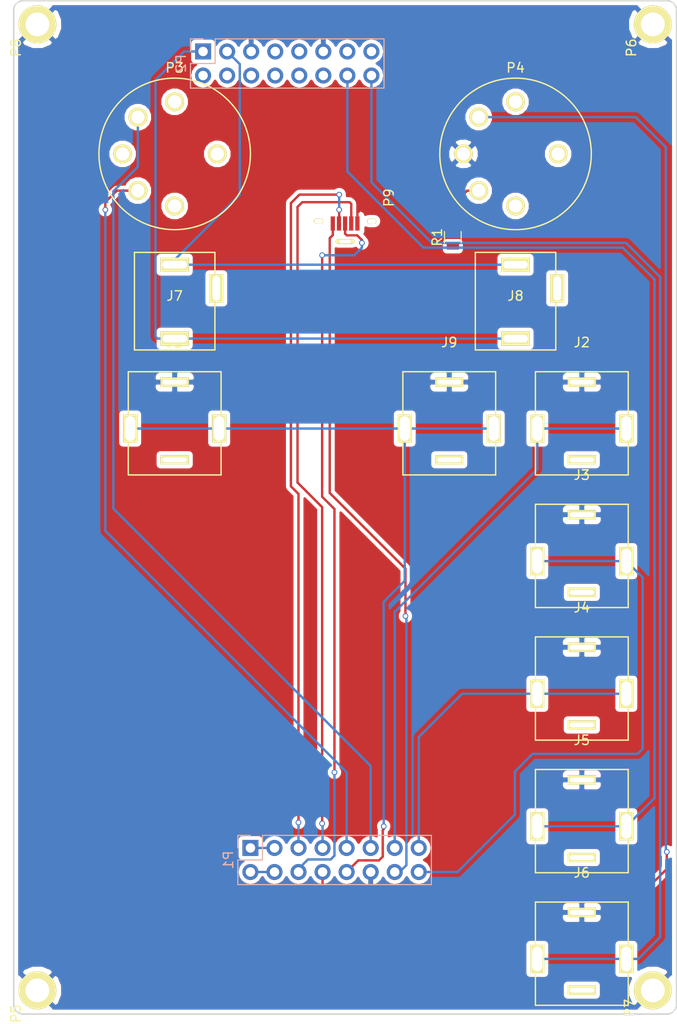
<source format=kicad_pcb>
(kicad_pcb (version 4) (host pcbnew 4.0.1-stable)

  (general
    (links 43)
    (no_connects 0)
    (area 63.2 41.749999 135.000001 150.03999)
    (thickness 1.6)
    (drawings 8)
    (tracks 150)
    (zones 0)
    (modules 19)
    (nets 20)
  )

  (page A4)
  (layers
    (0 F.Cu signal)
    (31 B.Cu signal)
    (32 B.Adhes user)
    (33 F.Adhes user)
    (34 B.Paste user)
    (35 F.Paste user)
    (36 B.SilkS user)
    (37 F.SilkS user)
    (38 B.Mask user)
    (39 F.Mask user)
    (40 Dwgs.User user)
    (41 Cmts.User user)
    (42 Eco1.User user)
    (43 Eco2.User user)
    (44 Edge.Cuts user)
    (45 Margin user)
    (46 B.CrtYd user)
    (47 F.CrtYd user)
    (48 B.Fab user)
    (49 F.Fab user)
  )

  (setup
    (last_trace_width 0.25)
    (trace_clearance 0.2)
    (zone_clearance 0.4)
    (zone_45_only no)
    (trace_min 0.2)
    (segment_width 0.2)
    (edge_width 0.15)
    (via_size 0.6)
    (via_drill 0.4)
    (via_min_size 0.4)
    (via_min_drill 0.3)
    (uvia_size 0.3)
    (uvia_drill 0.1)
    (uvias_allowed no)
    (uvia_min_size 0.2)
    (uvia_min_drill 0.1)
    (pcb_text_width 0.3)
    (pcb_text_size 1.5 1.5)
    (mod_edge_width 0.15)
    (mod_text_size 1 1)
    (mod_text_width 0.15)
    (pad_size 4 4)
    (pad_drill 2.5)
    (pad_to_mask_clearance 0.2)
    (aux_axis_origin 0 0)
    (visible_elements 7FFFFFFF)
    (pcbplotparams
      (layerselection 0x010fc_80000001)
      (usegerberextensions true)
      (excludeedgelayer true)
      (linewidth 0.100000)
      (plotframeref false)
      (viasonmask false)
      (mode 1)
      (useauxorigin false)
      (hpglpennumber 1)
      (hpglpenspeed 20)
      (hpglpendiameter 15)
      (hpglpenoverlay 2)
      (psnegative false)
      (psa4output false)
      (plotreference false)
      (plotvalue false)
      (plotinvisibletext false)
      (padsonsilk false)
      (subtractmaskfromsilk false)
      (outputformat 1)
      (mirror false)
      (drillshape 0)
      (scaleselection 1)
      (outputdirectory gerber/))
  )

  (net 0 "")
  (net 1 GND)
  (net 2 GATE_OUTPUT)
  (net 3 CLOCK_OUTPUT)
  (net 4 CV_NOTE_OUTPUT)
  (net 5 CV_VELOCITE_OUTPUT)
  (net 6 CV_n3_OUTPUT)
  (net 7 CV_n4_OUTPUT)
  (net 8 "Net-(P4-Pad4)")
  (net 9 VPP)
  (net 10 "Net-(P1-Pad2)")
  (net 11 MIDI_OUTPUT)
  (net 12 MIDI_INPUT+)
  (net 13 MIDI_INPUT-)
  (net 14 OUT_STEREO_RIGHT)
  (net 15 OUT_STEREO_LEFT)
  (net 16 USB_DM)
  (net 17 USB_DP)
  (net 18 PA10_USB_ID)
  (net 19 VUSB_5V)

  (net_class Default "Ceci est la Netclass par défaut"
    (clearance 0.2)
    (trace_width 0.25)
    (via_dia 0.6)
    (via_drill 0.4)
    (uvia_dia 0.3)
    (uvia_drill 0.1)
    (add_net CLOCK_OUTPUT)
    (add_net CV_NOTE_OUTPUT)
    (add_net CV_VELOCITE_OUTPUT)
    (add_net CV_n3_OUTPUT)
    (add_net CV_n4_OUTPUT)
    (add_net GATE_OUTPUT)
    (add_net GND)
    (add_net MIDI_INPUT+)
    (add_net MIDI_INPUT-)
    (add_net MIDI_OUTPUT)
    (add_net "Net-(P1-Pad2)")
    (add_net "Net-(P4-Pad4)")
    (add_net OUT_STEREO_LEFT)
    (add_net OUT_STEREO_RIGHT)
    (add_net PA10_USB_ID)
    (add_net USB_DM)
    (add_net USB_DP)
    (add_net VPP)
    (add_net VUSB_5V)
  )

  (module lib_robot:Hole_2.5mm (layer F.Cu) (tedit 5ABCFEA5) (tstamp 5AB3E111)
    (at 67.425 146.325 90)
    (descr "Through hole pin header")
    (tags "pin header")
    (path /5AB3BD51)
    (fp_text reference P5 (at -2.4638 -2.2606 90) (layer F.SilkS)
      (effects (font (size 1 1) (thickness 0.15)))
    )
    (fp_text value Hole (at 0 -3.1 90) (layer F.Fab)
      (effects (font (size 1 1) (thickness 0.15)))
    )
    (pad 1 thru_hole circle (at 0 0 90) (size 4 4) (drill 2.5) (layers *.Cu *.Mask F.SilkS)
      (net 1 GND))
    (model Pin_Headers.3dshapes/Pin_Header_Straight_1x01.wrl
      (at (xyz 0 0 0))
      (scale (xyz 1 1 1))
      (rotate (xyz 0 0 90))
    )
  )

  (module lib_robot:Hole_2.5mm (layer F.Cu) (tedit 5ABCFE6F) (tstamp 5AB3E116)
    (at 132.425 44.325 90)
    (descr "Through hole pin header")
    (tags "pin header")
    (path /5AB3C112)
    (fp_text reference P6 (at -2.4638 -2.2606 90) (layer F.SilkS)
      (effects (font (size 1 1) (thickness 0.15)))
    )
    (fp_text value Hole (at 0 -3.1 90) (layer F.Fab)
      (effects (font (size 1 1) (thickness 0.15)))
    )
    (pad 1 thru_hole circle (at 0 0 90) (size 4 4) (drill 2.5) (layers *.Cu *.Mask F.SilkS)
      (net 1 GND))
    (model Pin_Headers.3dshapes/Pin_Header_Straight_1x01.wrl
      (at (xyz 0 0 0))
      (scale (xyz 1 1 1))
      (rotate (xyz 0 0 90))
    )
  )

  (module lib_robot:Hole_2.5mm (layer F.Cu) (tedit 5ABCFE25) (tstamp 5AB3E11B)
    (at 132.225 145.725 90)
    (descr "Through hole pin header")
    (tags "pin header")
    (path /5AB3C14A)
    (fp_text reference P7 (at -2.4638 -2.2606 90) (layer F.SilkS)
      (effects (font (size 1 1) (thickness 0.15)))
    )
    (fp_text value Hole (at 0 -3.1 90) (layer F.Fab)
      (effects (font (size 1 1) (thickness 0.15)))
    )
    (pad 1 thru_hole circle (at -0.6 0.2 90) (size 4 4) (drill 2.5) (layers *.Cu *.Mask F.SilkS)
      (net 1 GND))
    (model Pin_Headers.3dshapes/Pin_Header_Straight_1x01.wrl
      (at (xyz 0 0 0))
      (scale (xyz 1 1 1))
      (rotate (xyz 0 0 90))
    )
  )

  (module lib_robot:Hole_2.5mm (layer F.Cu) (tedit 5ABCFE73) (tstamp 5AB3E120)
    (at 67.425 44.325 90)
    (descr "Through hole pin header")
    (tags "pin header")
    (path /5AB3C18D)
    (fp_text reference P8 (at -2.4638 -2.2606 90) (layer F.SilkS)
      (effects (font (size 1 1) (thickness 0.15)))
    )
    (fp_text value Hole (at 0 -3.1 90) (layer F.Fab)
      (effects (font (size 1 1) (thickness 0.15)))
    )
    (pad 1 thru_hole circle (at 0 0 90) (size 4 4) (drill 2.5) (layers *.Cu *.Mask F.SilkS)
      (net 1 GND))
    (model Pin_Headers.3dshapes/Pin_Header_Straight_1x01.wrl
      (at (xyz 0 0 0))
      (scale (xyz 1 1 1))
      (rotate (xyz 0 0 90))
    )
  )

  (module lib_robot:PJ-301B (layer F.Cu) (tedit 5AD5C55F) (tstamp 5AD6BDF4)
    (at 81.925 87)
    (descr "SOT-23, Handsoldering")
    (tags SOT-23)
    (path /5A9FD2D1)
    (attr smd)
    (fp_text reference J1 (at 0 -9.09) (layer F.SilkS)
      (effects (font (size 1 1) (thickness 0.15)))
    )
    (fp_text value JACK_mono (at 0 3.81) (layer F.Fab)
      (effects (font (size 1 1) (thickness 0.15)))
    )
    (fp_line (start -4.9 4.9) (end 4.9 4.9) (layer F.SilkS) (width 0.15))
    (fp_line (start -4.9 -6) (end 4.9 -6) (layer F.SilkS) (width 0.15))
    (fp_line (start 4.9 -6) (end 4.9 4.9) (layer F.SilkS) (width 0.15))
    (fp_line (start -4.9 4.9) (end -4.9 -6) (layer F.SilkS) (width 0.15))
    (pad 1 thru_hole rect (at -4.7 0) (size 1.5 3) (drill oval 1.1 2.6) (layers *.Cu *.Mask F.SilkS)
      (net 2 GATE_OUTPUT))
    (pad 1 thru_hole rect (at 4.7 0) (size 1.5 3) (drill oval 1.1 2.6) (layers *.Cu *.Mask F.SilkS)
      (net 2 GATE_OUTPUT))
    (pad 2 thru_hole rect (at 0 3.3) (size 3 1) (drill oval 2.6 0.52) (layers *.Cu *.Mask F.SilkS))
    (pad 3 thru_hole rect (at 0 -4.9) (size 3 1) (drill oval 2.6 0.52) (layers *.Cu *.Mask F.SilkS)
      (net 1 GND))
    (model TO_SOT_Packages_SMD.3dshapes/SOT-23_Handsoldering.wrl
      (at (xyz 0 0 0))
      (scale (xyz 1 1 1))
      (rotate (xyz 0 0 0))
    )
  )

  (module lib_robot:PJ-301B (layer F.Cu) (tedit 5AD5C55F) (tstamp 5AD6BE00)
    (at 124.925 87)
    (descr "SOT-23, Handsoldering")
    (tags SOT-23)
    (path /5A9FD927)
    (attr smd)
    (fp_text reference J2 (at 0 -9.09) (layer F.SilkS)
      (effects (font (size 1 1) (thickness 0.15)))
    )
    (fp_text value JACK_mono (at 0 3.81) (layer F.Fab)
      (effects (font (size 1 1) (thickness 0.15)))
    )
    (fp_line (start -4.9 4.9) (end 4.9 4.9) (layer F.SilkS) (width 0.15))
    (fp_line (start -4.9 -6) (end 4.9 -6) (layer F.SilkS) (width 0.15))
    (fp_line (start 4.9 -6) (end 4.9 4.9) (layer F.SilkS) (width 0.15))
    (fp_line (start -4.9 4.9) (end -4.9 -6) (layer F.SilkS) (width 0.15))
    (pad 1 thru_hole rect (at -4.7 0) (size 1.5 3) (drill oval 1.1 2.6) (layers *.Cu *.Mask F.SilkS)
      (net 3 CLOCK_OUTPUT))
    (pad 1 thru_hole rect (at 4.7 0) (size 1.5 3) (drill oval 1.1 2.6) (layers *.Cu *.Mask F.SilkS)
      (net 3 CLOCK_OUTPUT))
    (pad 2 thru_hole rect (at 0 3.3) (size 3 1) (drill oval 2.6 0.52) (layers *.Cu *.Mask F.SilkS))
    (pad 3 thru_hole rect (at 0 -4.9) (size 3 1) (drill oval 2.6 0.52) (layers *.Cu *.Mask F.SilkS)
      (net 1 GND))
    (model TO_SOT_Packages_SMD.3dshapes/SOT-23_Handsoldering.wrl
      (at (xyz 0 0 0))
      (scale (xyz 1 1 1))
      (rotate (xyz 0 0 0))
    )
  )

  (module lib_robot:PJ-301B (layer F.Cu) (tedit 5AD5C55F) (tstamp 5AD6BE0C)
    (at 124.925 101)
    (descr "SOT-23, Handsoldering")
    (tags SOT-23)
    (path /5A9FDDFD)
    (attr smd)
    (fp_text reference J3 (at 0 -9.09) (layer F.SilkS)
      (effects (font (size 1 1) (thickness 0.15)))
    )
    (fp_text value JACK_mono (at 0 3.81) (layer F.Fab)
      (effects (font (size 1 1) (thickness 0.15)))
    )
    (fp_line (start -4.9 4.9) (end 4.9 4.9) (layer F.SilkS) (width 0.15))
    (fp_line (start -4.9 -6) (end 4.9 -6) (layer F.SilkS) (width 0.15))
    (fp_line (start 4.9 -6) (end 4.9 4.9) (layer F.SilkS) (width 0.15))
    (fp_line (start -4.9 4.9) (end -4.9 -6) (layer F.SilkS) (width 0.15))
    (pad 1 thru_hole rect (at -4.7 0) (size 1.5 3) (drill oval 1.1 2.6) (layers *.Cu *.Mask F.SilkS)
      (net 4 CV_NOTE_OUTPUT))
    (pad 1 thru_hole rect (at 4.7 0) (size 1.5 3) (drill oval 1.1 2.6) (layers *.Cu *.Mask F.SilkS)
      (net 4 CV_NOTE_OUTPUT))
    (pad 2 thru_hole rect (at 0 3.3) (size 3 1) (drill oval 2.6 0.52) (layers *.Cu *.Mask F.SilkS))
    (pad 3 thru_hole rect (at 0 -4.9) (size 3 1) (drill oval 2.6 0.52) (layers *.Cu *.Mask F.SilkS)
      (net 1 GND))
    (model TO_SOT_Packages_SMD.3dshapes/SOT-23_Handsoldering.wrl
      (at (xyz 0 0 0))
      (scale (xyz 1 1 1))
      (rotate (xyz 0 0 0))
    )
  )

  (module lib_robot:PJ-301B (layer F.Cu) (tedit 5AD5C55F) (tstamp 5AD6BE18)
    (at 124.925 115)
    (descr "SOT-23, Handsoldering")
    (tags SOT-23)
    (path /5A9FE0AD)
    (attr smd)
    (fp_text reference J4 (at 0 -9.09) (layer F.SilkS)
      (effects (font (size 1 1) (thickness 0.15)))
    )
    (fp_text value JACK_mono (at 0 3.81) (layer F.Fab)
      (effects (font (size 1 1) (thickness 0.15)))
    )
    (fp_line (start -4.9 4.9) (end 4.9 4.9) (layer F.SilkS) (width 0.15))
    (fp_line (start -4.9 -6) (end 4.9 -6) (layer F.SilkS) (width 0.15))
    (fp_line (start 4.9 -6) (end 4.9 4.9) (layer F.SilkS) (width 0.15))
    (fp_line (start -4.9 4.9) (end -4.9 -6) (layer F.SilkS) (width 0.15))
    (pad 1 thru_hole rect (at -4.7 0) (size 1.5 3) (drill oval 1.1 2.6) (layers *.Cu *.Mask F.SilkS)
      (net 5 CV_VELOCITE_OUTPUT))
    (pad 1 thru_hole rect (at 4.7 0) (size 1.5 3) (drill oval 1.1 2.6) (layers *.Cu *.Mask F.SilkS)
      (net 5 CV_VELOCITE_OUTPUT))
    (pad 2 thru_hole rect (at 0 3.3) (size 3 1) (drill oval 2.6 0.52) (layers *.Cu *.Mask F.SilkS))
    (pad 3 thru_hole rect (at 0 -4.9) (size 3 1) (drill oval 2.6 0.52) (layers *.Cu *.Mask F.SilkS)
      (net 1 GND))
    (model TO_SOT_Packages_SMD.3dshapes/SOT-23_Handsoldering.wrl
      (at (xyz 0 0 0))
      (scale (xyz 1 1 1))
      (rotate (xyz 0 0 0))
    )
  )

  (module lib_robot:PJ-301B (layer F.Cu) (tedit 5AD5C55F) (tstamp 5AD6BE24)
    (at 124.925 129)
    (descr "SOT-23, Handsoldering")
    (tags SOT-23)
    (path /5A9FE824)
    (attr smd)
    (fp_text reference J5 (at 0 -9.09) (layer F.SilkS)
      (effects (font (size 1 1) (thickness 0.15)))
    )
    (fp_text value JACK_mono (at 0 3.81) (layer F.Fab)
      (effects (font (size 1 1) (thickness 0.15)))
    )
    (fp_line (start -4.9 4.9) (end 4.9 4.9) (layer F.SilkS) (width 0.15))
    (fp_line (start -4.9 -6) (end 4.9 -6) (layer F.SilkS) (width 0.15))
    (fp_line (start 4.9 -6) (end 4.9 4.9) (layer F.SilkS) (width 0.15))
    (fp_line (start -4.9 4.9) (end -4.9 -6) (layer F.SilkS) (width 0.15))
    (pad 1 thru_hole rect (at -4.7 0) (size 1.5 3) (drill oval 1.1 2.6) (layers *.Cu *.Mask F.SilkS)
      (net 6 CV_n3_OUTPUT))
    (pad 1 thru_hole rect (at 4.7 0) (size 1.5 3) (drill oval 1.1 2.6) (layers *.Cu *.Mask F.SilkS)
      (net 6 CV_n3_OUTPUT))
    (pad 2 thru_hole rect (at 0 3.3) (size 3 1) (drill oval 2.6 0.52) (layers *.Cu *.Mask F.SilkS))
    (pad 3 thru_hole rect (at 0 -4.9) (size 3 1) (drill oval 2.6 0.52) (layers *.Cu *.Mask F.SilkS)
      (net 1 GND))
    (model TO_SOT_Packages_SMD.3dshapes/SOT-23_Handsoldering.wrl
      (at (xyz 0 0 0))
      (scale (xyz 1 1 1))
      (rotate (xyz 0 0 0))
    )
  )

  (module lib_robot:PJ-301B (layer F.Cu) (tedit 5AD5C55F) (tstamp 5AD6BE30)
    (at 124.925 143)
    (descr "SOT-23, Handsoldering")
    (tags SOT-23)
    (path /5A9FE833)
    (attr smd)
    (fp_text reference J6 (at 0 -9.09) (layer F.SilkS)
      (effects (font (size 1 1) (thickness 0.15)))
    )
    (fp_text value JACK_mono (at 0 3.81) (layer F.Fab)
      (effects (font (size 1 1) (thickness 0.15)))
    )
    (fp_line (start -4.9 4.9) (end 4.9 4.9) (layer F.SilkS) (width 0.15))
    (fp_line (start -4.9 -6) (end 4.9 -6) (layer F.SilkS) (width 0.15))
    (fp_line (start 4.9 -6) (end 4.9 4.9) (layer F.SilkS) (width 0.15))
    (fp_line (start -4.9 4.9) (end -4.9 -6) (layer F.SilkS) (width 0.15))
    (pad 1 thru_hole rect (at -4.7 0) (size 1.5 3) (drill oval 1.1 2.6) (layers *.Cu *.Mask F.SilkS)
      (net 7 CV_n4_OUTPUT))
    (pad 1 thru_hole rect (at 4.7 0) (size 1.5 3) (drill oval 1.1 2.6) (layers *.Cu *.Mask F.SilkS)
      (net 7 CV_n4_OUTPUT))
    (pad 2 thru_hole rect (at 0 3.3) (size 3 1) (drill oval 2.6 0.52) (layers *.Cu *.Mask F.SilkS))
    (pad 3 thru_hole rect (at 0 -4.9) (size 3 1) (drill oval 2.6 0.52) (layers *.Cu *.Mask F.SilkS)
      (net 1 GND))
    (model TO_SOT_Packages_SMD.3dshapes/SOT-23_Handsoldering.wrl
      (at (xyz 0 0 0))
      (scale (xyz 1 1 1))
      (rotate (xyz 0 0 0))
    )
  )

  (module lib_robot:SD-50BV (layer F.Cu) (tedit 5AD5DC94) (tstamp 5AD70921)
    (at 81.925 58)
    (descr "SOT-23, Handsoldering")
    (tags SOT-23)
    (path /5A9E9F69)
    (attr smd)
    (fp_text reference P3 (at 0 -9.09) (layer F.SilkS)
      (effects (font (size 1 1) (thickness 0.15)))
    )
    (fp_text value DIN_5 (at 0 3.81) (layer F.Fab)
      (effects (font (size 1 1) (thickness 0.15)))
    )
    (fp_circle (center 0 0) (end 8 0) (layer F.SilkS) (width 0.15))
    (pad 5 thru_hole circle (at -3.89 -3.88) (size 2 2) (drill 1.4) (layers *.Cu *.Mask F.SilkS)
      (net 13 MIDI_INPUT-))
    (pad 4 thru_hole circle (at -3.89 3.88) (size 2 2) (drill 1.4) (layers *.Cu *.Mask F.SilkS)
      (net 12 MIDI_INPUT+))
    (pad 2 thru_hole circle (at -5.5 0) (size 2 2) (drill 1.4) (layers *.Cu *.Mask F.SilkS))
    (pad 1 thru_hole circle (at 0 5.5) (size 2 2) (drill 1.4) (layers *.Cu *.Mask F.SilkS))
    (pad 3 thru_hole circle (at 0 -5.5) (size 2 2) (drill 1.4) (layers *.Cu *.Mask F.SilkS))
    (pad "" thru_hole circle (at 4.5 0) (size 2 2) (drill 1.4) (layers *.Cu *.Mask F.SilkS))
    (model TO_SOT_Packages_SMD.3dshapes/SOT-23_Handsoldering.wrl
      (at (xyz 0 0 0))
      (scale (xyz 1 1 1))
      (rotate (xyz 0 0 0))
    )
  )

  (module lib_robot:SD-50BV (layer F.Cu) (tedit 5AD5DC94) (tstamp 5AD7092C)
    (at 117.925 58)
    (descr "SOT-23, Handsoldering")
    (tags SOT-23)
    (path /5A9FC672)
    (attr smd)
    (fp_text reference P4 (at 0 -9.09) (layer F.SilkS)
      (effects (font (size 1 1) (thickness 0.15)))
    )
    (fp_text value DIN_5 (at 0 3.81) (layer F.Fab)
      (effects (font (size 1 1) (thickness 0.15)))
    )
    (fp_circle (center 0 0) (end 8 0) (layer F.SilkS) (width 0.15))
    (pad 5 thru_hole circle (at -3.89 -3.88) (size 2 2) (drill 1.4) (layers *.Cu *.Mask F.SilkS)
      (net 11 MIDI_OUTPUT))
    (pad 4 thru_hole circle (at -3.89 3.88) (size 2 2) (drill 1.4) (layers *.Cu *.Mask F.SilkS)
      (net 8 "Net-(P4-Pad4)"))
    (pad 2 thru_hole circle (at -5.5 0) (size 2 2) (drill 1.4) (layers *.Cu *.Mask F.SilkS)
      (net 1 GND))
    (pad 1 thru_hole circle (at 0 5.5) (size 2 2) (drill 1.4) (layers *.Cu *.Mask F.SilkS))
    (pad 3 thru_hole circle (at 0 -5.5) (size 2 2) (drill 1.4) (layers *.Cu *.Mask F.SilkS))
    (pad "" thru_hole circle (at 4.5 0) (size 2 2) (drill 1.4) (layers *.Cu *.Mask F.SilkS))
    (model TO_SOT_Packages_SMD.3dshapes/SOT-23_Handsoldering.wrl
      (at (xyz 0 0 0))
      (scale (xyz 1 1 1))
      (rotate (xyz 0 0 0))
    )
  )

  (module Resistors_SMD:R_0805 (layer F.Cu) (tedit 58E0A804) (tstamp 5AD70932)
    (at 111.3 66.8 90)
    (descr "Resistor SMD 0805, reflow soldering, Vishay (see dcrcw.pdf)")
    (tags "resistor 0805")
    (path /5A9FC9B5)
    (attr smd)
    (fp_text reference R1 (at 0 -1.65 90) (layer F.SilkS)
      (effects (font (size 1 1) (thickness 0.15)))
    )
    (fp_text value 51 (at 0 1.75 90) (layer F.Fab)
      (effects (font (size 1 1) (thickness 0.15)))
    )
    (fp_text user %R (at 0 0 90) (layer F.Fab)
      (effects (font (size 0.5 0.5) (thickness 0.075)))
    )
    (fp_line (start -1 0.62) (end -1 -0.62) (layer F.Fab) (width 0.1))
    (fp_line (start 1 0.62) (end -1 0.62) (layer F.Fab) (width 0.1))
    (fp_line (start 1 -0.62) (end 1 0.62) (layer F.Fab) (width 0.1))
    (fp_line (start -1 -0.62) (end 1 -0.62) (layer F.Fab) (width 0.1))
    (fp_line (start 0.6 0.88) (end -0.6 0.88) (layer F.SilkS) (width 0.12))
    (fp_line (start -0.6 -0.88) (end 0.6 -0.88) (layer F.SilkS) (width 0.12))
    (fp_line (start -1.55 -0.9) (end 1.55 -0.9) (layer F.CrtYd) (width 0.05))
    (fp_line (start -1.55 -0.9) (end -1.55 0.9) (layer F.CrtYd) (width 0.05))
    (fp_line (start 1.55 0.9) (end 1.55 -0.9) (layer F.CrtYd) (width 0.05))
    (fp_line (start 1.55 0.9) (end -1.55 0.9) (layer F.CrtYd) (width 0.05))
    (pad 1 smd rect (at -0.95 0 90) (size 0.7 1.3) (layers F.Cu F.Paste F.Mask))
    (pad 2 smd rect (at 0.95 0 90) (size 0.7 1.3) (layers F.Cu F.Paste F.Mask)
      (net 8 "Net-(P4-Pad4)"))
    (model ${KISYS3DMOD}/Resistors_SMD.3dshapes/R_0805.wrl
      (at (xyz 0 0 0))
      (scale (xyz 1 1 1))
      (rotate (xyz 0 0 0))
    )
  )

  (module Pin_Headers:Pin_Header_Straight_2x08_Pitch2.54mm (layer B.Cu) (tedit 59650532) (tstamp 5AD709D3)
    (at 89.925 131.285 270)
    (descr "Through hole straight pin header, 2x08, 2.54mm pitch, double rows")
    (tags "Through hole pin header THT 2x08 2.54mm double row")
    (path /5A9E9AC5)
    (fp_text reference P1 (at 1.27 2.33 270) (layer B.SilkS)
      (effects (font (size 1 1) (thickness 0.15)) (justify mirror))
    )
    (fp_text value CONN_02X08 (at 1.27 -20.11 270) (layer B.Fab)
      (effects (font (size 1 1) (thickness 0.15)) (justify mirror))
    )
    (fp_line (start 0 1.27) (end 3.81 1.27) (layer B.Fab) (width 0.1))
    (fp_line (start 3.81 1.27) (end 3.81 -19.05) (layer B.Fab) (width 0.1))
    (fp_line (start 3.81 -19.05) (end -1.27 -19.05) (layer B.Fab) (width 0.1))
    (fp_line (start -1.27 -19.05) (end -1.27 0) (layer B.Fab) (width 0.1))
    (fp_line (start -1.27 0) (end 0 1.27) (layer B.Fab) (width 0.1))
    (fp_line (start -1.33 -19.11) (end 3.87 -19.11) (layer B.SilkS) (width 0.12))
    (fp_line (start -1.33 -1.27) (end -1.33 -19.11) (layer B.SilkS) (width 0.12))
    (fp_line (start 3.87 1.33) (end 3.87 -19.11) (layer B.SilkS) (width 0.12))
    (fp_line (start -1.33 -1.27) (end 1.27 -1.27) (layer B.SilkS) (width 0.12))
    (fp_line (start 1.27 -1.27) (end 1.27 1.33) (layer B.SilkS) (width 0.12))
    (fp_line (start 1.27 1.33) (end 3.87 1.33) (layer B.SilkS) (width 0.12))
    (fp_line (start -1.33 0) (end -1.33 1.33) (layer B.SilkS) (width 0.12))
    (fp_line (start -1.33 1.33) (end 0 1.33) (layer B.SilkS) (width 0.12))
    (fp_line (start -1.8 1.8) (end -1.8 -19.55) (layer B.CrtYd) (width 0.05))
    (fp_line (start -1.8 -19.55) (end 4.35 -19.55) (layer B.CrtYd) (width 0.05))
    (fp_line (start 4.35 -19.55) (end 4.35 1.8) (layer B.CrtYd) (width 0.05))
    (fp_line (start 4.35 1.8) (end -1.8 1.8) (layer B.CrtYd) (width 0.05))
    (fp_text user %R (at 1.27 -8.89 540) (layer B.Fab)
      (effects (font (size 1 1) (thickness 0.15)) (justify mirror))
    )
    (pad 1 thru_hole rect (at 0 0 270) (size 1.7 1.7) (drill 1) (layers *.Cu *.Mask)
      (net 9 VPP))
    (pad 2 thru_hole oval (at 2.54 0 270) (size 1.7 1.7) (drill 1) (layers *.Cu *.Mask)
      (net 10 "Net-(P1-Pad2)"))
    (pad 3 thru_hole oval (at 0 -2.54 270) (size 1.7 1.7) (drill 1) (layers *.Cu *.Mask)
      (net 9 VPP))
    (pad 4 thru_hole oval (at 2.54 -2.54 270) (size 1.7 1.7) (drill 1) (layers *.Cu *.Mask)
      (net 10 "Net-(P1-Pad2)"))
    (pad 5 thru_hole oval (at 0 -5.08 270) (size 1.7 1.7) (drill 1) (layers *.Cu *.Mask)
      (net 16 USB_DM))
    (pad 6 thru_hole oval (at 2.54 -5.08 270) (size 1.7 1.7) (drill 1) (layers *.Cu *.Mask)
      (net 17 USB_DP))
    (pad 7 thru_hole oval (at 0 -7.62 270) (size 1.7 1.7) (drill 1) (layers *.Cu *.Mask)
      (net 18 PA10_USB_ID))
    (pad 8 thru_hole oval (at 2.54 -7.62 270) (size 1.7 1.7) (drill 1) (layers *.Cu *.Mask)
      (net 11 MIDI_OUTPUT))
    (pad 9 thru_hole oval (at 0 -10.16 270) (size 1.7 1.7) (drill 1) (layers *.Cu *.Mask)
      (net 12 MIDI_INPUT+))
    (pad 10 thru_hole oval (at 2.54 -10.16 270) (size 1.7 1.7) (drill 1) (layers *.Cu *.Mask)
      (net 2 GATE_OUTPUT))
    (pad 11 thru_hole oval (at 0 -12.7 270) (size 1.7 1.7) (drill 1) (layers *.Cu *.Mask)
      (net 13 MIDI_INPUT-))
    (pad 12 thru_hole oval (at 2.54 -12.7 270) (size 1.7 1.7) (drill 1) (layers *.Cu *.Mask)
      (net 1 GND))
    (pad 13 thru_hole oval (at 0 -15.24 270) (size 1.7 1.7) (drill 1) (layers *.Cu *.Mask)
      (net 3 CLOCK_OUTPUT))
    (pad 14 thru_hole oval (at 2.54 -15.24 270) (size 1.7 1.7) (drill 1) (layers *.Cu *.Mask)
      (net 19 VUSB_5V))
    (pad 15 thru_hole oval (at 0 -17.78 270) (size 1.7 1.7) (drill 1) (layers *.Cu *.Mask)
      (net 5 CV_VELOCITE_OUTPUT))
    (pad 16 thru_hole oval (at 2.54 -17.78 270) (size 1.7 1.7) (drill 1) (layers *.Cu *.Mask)
      (net 4 CV_NOTE_OUTPUT))
    (model ${KISYS3DMOD}/Pin_Headers.3dshapes/Pin_Header_Straight_2x08_Pitch2.54mm.wrl
      (at (xyz 0 0 0))
      (scale (xyz 1 1 1))
      (rotate (xyz 0 0 0))
    )
  )

  (module Pin_Headers:Pin_Header_Straight_2x08_Pitch2.54mm (layer B.Cu) (tedit 59650532) (tstamp 5AD709E7)
    (at 84.925 47.185 270)
    (descr "Through hole straight pin header, 2x08, 2.54mm pitch, double rows")
    (tags "Through hole pin header THT 2x08 2.54mm double row")
    (path /5A9E9B42)
    (fp_text reference P2 (at 1.27 2.33 270) (layer B.SilkS)
      (effects (font (size 1 1) (thickness 0.15)) (justify mirror))
    )
    (fp_text value CONN_02X08 (at 1.27 -20.11 270) (layer B.Fab)
      (effects (font (size 1 1) (thickness 0.15)) (justify mirror))
    )
    (fp_line (start 0 1.27) (end 3.81 1.27) (layer B.Fab) (width 0.1))
    (fp_line (start 3.81 1.27) (end 3.81 -19.05) (layer B.Fab) (width 0.1))
    (fp_line (start 3.81 -19.05) (end -1.27 -19.05) (layer B.Fab) (width 0.1))
    (fp_line (start -1.27 -19.05) (end -1.27 0) (layer B.Fab) (width 0.1))
    (fp_line (start -1.27 0) (end 0 1.27) (layer B.Fab) (width 0.1))
    (fp_line (start -1.33 -19.11) (end 3.87 -19.11) (layer B.SilkS) (width 0.12))
    (fp_line (start -1.33 -1.27) (end -1.33 -19.11) (layer B.SilkS) (width 0.12))
    (fp_line (start 3.87 1.33) (end 3.87 -19.11) (layer B.SilkS) (width 0.12))
    (fp_line (start -1.33 -1.27) (end 1.27 -1.27) (layer B.SilkS) (width 0.12))
    (fp_line (start 1.27 -1.27) (end 1.27 1.33) (layer B.SilkS) (width 0.12))
    (fp_line (start 1.27 1.33) (end 3.87 1.33) (layer B.SilkS) (width 0.12))
    (fp_line (start -1.33 0) (end -1.33 1.33) (layer B.SilkS) (width 0.12))
    (fp_line (start -1.33 1.33) (end 0 1.33) (layer B.SilkS) (width 0.12))
    (fp_line (start -1.8 1.8) (end -1.8 -19.55) (layer B.CrtYd) (width 0.05))
    (fp_line (start -1.8 -19.55) (end 4.35 -19.55) (layer B.CrtYd) (width 0.05))
    (fp_line (start 4.35 -19.55) (end 4.35 1.8) (layer B.CrtYd) (width 0.05))
    (fp_line (start 4.35 1.8) (end -1.8 1.8) (layer B.CrtYd) (width 0.05))
    (fp_text user %R (at 1.27 -8.89 540) (layer B.Fab)
      (effects (font (size 1 1) (thickness 0.15)) (justify mirror))
    )
    (pad 1 thru_hole rect (at 0 0 270) (size 1.7 1.7) (drill 1) (layers *.Cu *.Mask)
      (net 15 OUT_STEREO_LEFT))
    (pad 2 thru_hole oval (at 2.54 0 270) (size 1.7 1.7) (drill 1) (layers *.Cu *.Mask))
    (pad 3 thru_hole oval (at 0 -2.54 270) (size 1.7 1.7) (drill 1) (layers *.Cu *.Mask)
      (net 14 OUT_STEREO_RIGHT))
    (pad 4 thru_hole oval (at 2.54 -2.54 270) (size 1.7 1.7) (drill 1) (layers *.Cu *.Mask))
    (pad 5 thru_hole oval (at 0 -5.08 270) (size 1.7 1.7) (drill 1) (layers *.Cu *.Mask)
      (net 1 GND))
    (pad 6 thru_hole oval (at 2.54 -5.08 270) (size 1.7 1.7) (drill 1) (layers *.Cu *.Mask))
    (pad 7 thru_hole oval (at 0 -7.62 270) (size 1.7 1.7) (drill 1) (layers *.Cu *.Mask))
    (pad 8 thru_hole oval (at 2.54 -7.62 270) (size 1.7 1.7) (drill 1) (layers *.Cu *.Mask))
    (pad 9 thru_hole oval (at 0 -10.16 270) (size 1.7 1.7) (drill 1) (layers *.Cu *.Mask))
    (pad 10 thru_hole oval (at 2.54 -10.16 270) (size 1.7 1.7) (drill 1) (layers *.Cu *.Mask))
    (pad 11 thru_hole oval (at 0 -12.7 270) (size 1.7 1.7) (drill 1) (layers *.Cu *.Mask)
      (net 1 GND))
    (pad 12 thru_hole oval (at 2.54 -12.7 270) (size 1.7 1.7) (drill 1) (layers *.Cu *.Mask))
    (pad 13 thru_hole oval (at 0 -15.24 270) (size 1.7 1.7) (drill 1) (layers *.Cu *.Mask))
    (pad 14 thru_hole oval (at 2.54 -15.24 270) (size 1.7 1.7) (drill 1) (layers *.Cu *.Mask)
      (net 6 CV_n3_OUTPUT))
    (pad 15 thru_hole oval (at 0 -17.78 270) (size 1.7 1.7) (drill 1) (layers *.Cu *.Mask))
    (pad 16 thru_hole oval (at 2.54 -17.78 270) (size 1.7 1.7) (drill 1) (layers *.Cu *.Mask)
      (net 7 CV_n4_OUTPUT))
    (model ${KISYS3DMOD}/Pin_Headers.3dshapes/Pin_Header_Straight_2x08_Pitch2.54mm.wrl
      (at (xyz 0 0 0))
      (scale (xyz 1 1 1))
      (rotate (xyz 0 0 0))
    )
  )

  (module lib_robot:PJ301CM (layer F.Cu) (tedit 5AD5E6F8) (tstamp 5AD75647)
    (at 81.925 73)
    (descr "SOT-23, Handsoldering")
    (tags SOT-23)
    (path /5A9FF652)
    (attr smd)
    (fp_text reference J7 (at 0 0) (layer F.SilkS)
      (effects (font (size 1 1) (thickness 0.15)))
    )
    (fp_text value JACK_stereo (at 0 3.81) (layer F.Fab)
      (effects (font (size 1 1) (thickness 0.15)))
    )
    (fp_line (start -4.25 5.7) (end 4.25 5.7) (layer F.SilkS) (width 0.15))
    (fp_line (start -4.25 -4.6) (end 4.25 -4.6) (layer F.SilkS) (width 0.15))
    (fp_line (start 4.25 -4.6) (end 4.25 5.7) (layer F.SilkS) (width 0.15))
    (fp_line (start -4.25 5.7) (end -4.25 -4.6) (layer F.SilkS) (width 0.15))
    (pad 1 thru_hole rect (at 4.4 -0.8) (size 1.5 3) (drill oval 0.81 2.6) (layers *.Cu *.Mask F.SilkS))
    (pad 2 thru_hole rect (at 0 -3.3) (size 3 1.5) (drill oval 2.6 0.81) (layers *.Cu *.Mask F.SilkS)
      (net 14 OUT_STEREO_RIGHT))
    (pad 3 thru_hole rect (at 0 4.5) (size 3 1.5) (drill oval 2.6 0.81) (layers *.Cu *.Mask F.SilkS)
      (net 15 OUT_STEREO_LEFT))
    (model TO_SOT_Packages_SMD.3dshapes/SOT-23_Handsoldering.wrl
      (at (xyz 0 0 0))
      (scale (xyz 1 1 1))
      (rotate (xyz 0 0 0))
    )
  )

  (module lib_robot:PJ301CM (layer F.Cu) (tedit 5AD5E6F8) (tstamp 5AD7109D)
    (at 117.925 73)
    (descr "SOT-23, Handsoldering")
    (tags SOT-23)
    (path /5AD70A22)
    (attr smd)
    (fp_text reference J8 (at 0 0) (layer F.SilkS)
      (effects (font (size 1 1) (thickness 0.15)))
    )
    (fp_text value JACK_stereo (at 0 3.81) (layer F.Fab)
      (effects (font (size 1 1) (thickness 0.15)))
    )
    (fp_line (start -4.25 5.7) (end 4.25 5.7) (layer F.SilkS) (width 0.15))
    (fp_line (start -4.25 -4.6) (end 4.25 -4.6) (layer F.SilkS) (width 0.15))
    (fp_line (start 4.25 -4.6) (end 4.25 5.7) (layer F.SilkS) (width 0.15))
    (fp_line (start -4.25 5.7) (end -4.25 -4.6) (layer F.SilkS) (width 0.15))
    (pad 1 thru_hole rect (at 4.4 -0.8) (size 1.5 3) (drill oval 0.81 2.6) (layers *.Cu *.Mask F.SilkS))
    (pad 2 thru_hole rect (at 0 -3.3) (size 3 1.5) (drill oval 2.6 0.81) (layers *.Cu *.Mask F.SilkS)
      (net 14 OUT_STEREO_RIGHT))
    (pad 3 thru_hole rect (at 0 4.5) (size 3 1.5) (drill oval 2.6 0.81) (layers *.Cu *.Mask F.SilkS)
      (net 15 OUT_STEREO_LEFT))
    (model TO_SOT_Packages_SMD.3dshapes/SOT-23_Handsoldering.wrl
      (at (xyz 0 0 0))
      (scale (xyz 1 1 1))
      (rotate (xyz 0 0 0))
    )
  )

  (module lib_robot:PJ-301B (layer F.Cu) (tedit 5AD5C55F) (tstamp 5AD710A9)
    (at 110.925 87)
    (descr "SOT-23, Handsoldering")
    (tags SOT-23)
    (path /5AD70EA4)
    (attr smd)
    (fp_text reference J9 (at 0 -9.09) (layer F.SilkS)
      (effects (font (size 1 1) (thickness 0.15)))
    )
    (fp_text value JACK_mono (at 0 3.81) (layer F.Fab)
      (effects (font (size 1 1) (thickness 0.15)))
    )
    (fp_line (start -4.9 4.9) (end 4.9 4.9) (layer F.SilkS) (width 0.15))
    (fp_line (start -4.9 -6) (end 4.9 -6) (layer F.SilkS) (width 0.15))
    (fp_line (start 4.9 -6) (end 4.9 4.9) (layer F.SilkS) (width 0.15))
    (fp_line (start -4.9 4.9) (end -4.9 -6) (layer F.SilkS) (width 0.15))
    (pad 1 thru_hole rect (at -4.7 0) (size 1.5 3) (drill oval 1.1 2.6) (layers *.Cu *.Mask F.SilkS)
      (net 2 GATE_OUTPUT))
    (pad 1 thru_hole rect (at 4.7 0) (size 1.5 3) (drill oval 1.1 2.6) (layers *.Cu *.Mask F.SilkS)
      (net 2 GATE_OUTPUT))
    (pad 2 thru_hole rect (at 0 3.3) (size 3 1) (drill oval 2.6 0.52) (layers *.Cu *.Mask F.SilkS))
    (pad 3 thru_hole rect (at 0 -4.9) (size 3 1) (drill oval 2.6 0.52) (layers *.Cu *.Mask F.SilkS)
      (net 1 GND))
    (model TO_SOT_Packages_SMD.3dshapes/SOT-23_Handsoldering.wrl
      (at (xyz 0 0 0))
      (scale (xyz 1 1 1))
      (rotate (xyz 0 0 0))
    )
  )

  (module lib_robot:USB_Micro-B-verticale (layer F.Cu) (tedit 59C3DB34) (tstamp 5AD73C54)
    (at 99.925 65.1)
    (descr "USB Mini-B 5-pin SMD connector")
    (tags "USB USB_B USB_Mini connector")
    (path /5AD63B5E)
    (attr smd)
    (fp_text reference P9 (at 4.625 -2.475 90) (layer F.SilkS)
      (effects (font (size 1 1) (thickness 0.15)))
    )
    (fp_text value USB_OTG (at -7.0993 1.75244 90) (layer F.Fab)
      (effects (font (size 1 1) (thickness 0.15)))
    )
    (pad "" np_thru_hole oval (at 0 2.15) (size 2 0.5) (drill oval 1.2 0.4) (layers *.Cu *.Mask F.SilkS))
    (pad "" np_thru_hole oval (at 2.8 0) (size 1 0.5) (drill oval 0.8 0.4) (layers *.Cu *.Mask F.SilkS))
    (pad "" np_thru_hole oval (at -2.8 0) (size 1 0.5) (drill oval 0.8 0.4) (layers *.Cu *.Mask F.SilkS))
    (pad 1 smd rect (at -1.3 0.25) (size 0.45 1.5) (layers F.Cu F.Paste F.Mask)
      (net 19 VUSB_5V))
    (pad 2 smd rect (at -0.65 0.25) (size 0.45 1.5) (layers F.Cu F.Paste F.Mask)
      (net 16 USB_DM))
    (pad 5 smd rect (at 1.3 0.25) (size 0.45 1.5) (layers F.Cu F.Paste F.Mask)
      (net 1 GND))
    (pad 4 smd rect (at 0.65 0.25) (size 0.45 1.5) (layers F.Cu F.Paste F.Mask)
      (net 18 PA10_USB_ID))
    (pad 3 smd rect (at 0 0.25) (size 0.45 1.5) (layers F.Cu F.Paste F.Mask)
      (net 17 USB_DP))
  )

  (gr_arc (start 133.925 147.825) (end 134.925 147.825) (angle 90) (layer Edge.Cuts) (width 0.15))
  (gr_arc (start 133.925 42.825) (end 133.925 41.825) (angle 90) (layer Edge.Cuts) (width 0.15))
  (gr_arc (start 65.925 42.825) (end 64.925 42.825) (angle 90) (layer Edge.Cuts) (width 0.15))
  (gr_arc (start 65.925 147.825) (end 65.925 148.825) (angle 90) (layer Edge.Cuts) (width 0.15))
  (gr_line (start 134.925 147.825) (end 134.925 42.825) (angle 90) (layer Edge.Cuts) (width 0.15) (tstamp 5AB3BCC9))
  (gr_line (start 65.925 41.825) (end 133.925 41.825) (angle 90) (layer Edge.Cuts) (width 0.15) (tstamp 5AB3BCA7))
  (gr_line (start 64.925 147.825) (end 64.925 42.825) (angle 90) (layer Edge.Cuts) (width 0.15))
  (gr_line (start 65.925 148.825) (end 133.925 148.825) (angle 90) (layer Edge.Cuts) (width 0.15))

  (segment (start 101.225 65.35) (end 101.225 64.075) (width 0.25) (layer F.Cu) (net 1))
  (segment (start 101.225 64.075) (end 101.4 63.9) (width 0.25) (layer F.Cu) (net 1) (tstamp 5AD73F92))
  (segment (start 102.2 132.6) (end 101.31 132.6) (width 0.25) (layer F.Cu) (net 2))
  (segment (start 101.31 132.6) (end 100.085 133.825) (width 0.25) (layer F.Cu) (net 2) (tstamp 5AD72117))
  (segment (start 103.9 131.4) (end 103.9 132.2) (width 0.25) (layer F.Cu) (net 2))
  (segment (start 104 129.3) (end 103.9 129.4) (width 0.25) (layer F.Cu) (net 2) (tstamp 5AD7210C))
  (segment (start 103.9 129.4) (end 103.9 131.4) (width 0.25) (layer F.Cu) (net 2) (tstamp 5AD7210D))
  (segment (start 106.225 87) (end 106.225 103.075) (width 0.25) (layer B.Cu) (net 2))
  (via (at 104 129) (size 0.6) (drill 0.4) (layers F.Cu B.Cu) (net 2))
  (segment (start 104 105.3) (end 104 129) (width 0.25) (layer B.Cu) (net 2) (tstamp 5AD72103))
  (segment (start 106.225 103.075) (end 104 105.3) (width 0.25) (layer B.Cu) (net 2) (tstamp 5AD72101))
  (segment (start 104 129) (end 104 129.3) (width 0.25) (layer F.Cu) (net 2))
  (segment (start 103.5 132.6) (end 102.2 132.6) (width 0.25) (layer F.Cu) (net 2) (tstamp 5AD72112))
  (segment (start 102.2 132.6) (end 102 132.6) (width 0.25) (layer F.Cu) (net 2) (tstamp 5AD72115))
  (segment (start 103.9 132.2) (end 103.5 132.6) (width 0.25) (layer F.Cu) (net 2) (tstamp 5AD72111))
  (segment (start 115.625 87) (end 106.225 87) (width 0.25) (layer B.Cu) (net 2))
  (segment (start 86.625 87) (end 77.225 87) (width 0.25) (layer B.Cu) (net 2))
  (segment (start 86.625 87) (end 106.225 87) (width 0.25) (layer B.Cu) (net 2))
  (segment (start 105.165 131.285) (end 105.165 106.36) (width 0.25) (layer B.Cu) (net 3))
  (segment (start 120.225 91.3) (end 120.225 87) (width 0.25) (layer B.Cu) (net 3) (tstamp 5AD720E5))
  (segment (start 105.165 106.36) (end 120.225 91.3) (width 0.25) (layer B.Cu) (net 3) (tstamp 5AD720E3))
  (segment (start 120.225 87) (end 129.625 87) (width 0.25) (layer B.Cu) (net 3))
  (segment (start 107.705 133.825) (end 111.8 133.825) (width 0.25) (layer B.Cu) (net 4))
  (segment (start 131.35 102.725) (end 129.625 101) (width 0.25) (layer B.Cu) (net 4) (tstamp 5AD71FC6))
  (segment (start 131.35 120.825) (end 131.35 102.725) (width 0.25) (layer B.Cu) (net 4) (tstamp 5AD71FC4))
  (segment (start 130.825 121.35) (end 131.35 120.825) (width 0.25) (layer B.Cu) (net 4) (tstamp 5AD71FC2))
  (segment (start 119.725 121.35) (end 130.825 121.35) (width 0.25) (layer B.Cu) (net 4) (tstamp 5AD71FC0))
  (segment (start 117.85 123.225) (end 119.725 121.35) (width 0.25) (layer B.Cu) (net 4) (tstamp 5AD71FBE))
  (segment (start 117.85 127.775) (end 117.85 123.225) (width 0.25) (layer B.Cu) (net 4) (tstamp 5AD71FBC))
  (segment (start 111.8 133.825) (end 117.85 127.775) (width 0.25) (layer B.Cu) (net 4) (tstamp 5AD71FB8))
  (segment (start 120.225 101) (end 129.625 101) (width 0.25) (layer B.Cu) (net 4))
  (segment (start 107.705 131.285) (end 107.705 119.57) (width 0.25) (layer B.Cu) (net 5))
  (segment (start 112.275 115) (end 120.225 115) (width 0.25) (layer B.Cu) (net 5) (tstamp 5AD71FD3))
  (segment (start 107.705 119.57) (end 112.275 115) (width 0.25) (layer B.Cu) (net 5) (tstamp 5AD71FD0))
  (segment (start 120.225 115) (end 129.625 115) (width 0.25) (layer B.Cu) (net 5))
  (segment (start 132.6 101.9) (end 132.6 126.025) (width 0.25) (layer B.Cu) (net 6))
  (segment (start 132.6 126.025) (end 129.625 129) (width 0.25) (layer B.Cu) (net 6) (tstamp 5AD7385C))
  (segment (start 113.6 67.9) (end 129.249998 67.9) (width 0.25) (layer B.Cu) (net 6))
  (segment (start 100.165 59.865) (end 108.2 67.9) (width 0.25) (layer B.Cu) (net 6) (tstamp 5AD73834))
  (segment (start 108.2 67.9) (end 113.6 67.9) (width 0.25) (layer B.Cu) (net 6) (tstamp 5AD73836))
  (segment (start 100.165 49.725) (end 100.165 59.865) (width 0.25) (layer B.Cu) (net 6))
  (segment (start 132.6 71.250002) (end 132.6 101.9) (width 0.25) (layer B.Cu) (net 6) (tstamp 5AD7383C))
  (segment (start 132.6 101.9) (end 132.6 102) (width 0.25) (layer B.Cu) (net 6) (tstamp 5AD7385A))
  (segment (start 129.249998 67.9) (end 132.6 71.250002) (width 0.25) (layer B.Cu) (net 6) (tstamp 5AD7383A))
  (segment (start 120.225 129) (end 129.625 129) (width 0.25) (layer B.Cu) (net 6))
  (segment (start 102.705 49.725) (end 102.705 61.005) (width 0.25) (layer B.Cu) (net 7))
  (segment (start 130.9 143) (end 129.625 143) (width 0.25) (layer B.Cu) (net 7) (tstamp 5AD73830))
  (segment (start 133.2 140.7) (end 130.9 143) (width 0.25) (layer B.Cu) (net 7) (tstamp 5AD7382E))
  (segment (start 133.2 71) (end 133.2 140.7) (width 0.25) (layer B.Cu) (net 7) (tstamp 5AD7382C))
  (segment (start 129.6 67.4) (end 133.2 71) (width 0.25) (layer B.Cu) (net 7) (tstamp 5AD7382A))
  (segment (start 109.1 67.4) (end 129.6 67.4) (width 0.25) (layer B.Cu) (net 7) (tstamp 5AD73828))
  (segment (start 102.705 61.005) (end 109.1 67.4) (width 0.25) (layer B.Cu) (net 7) (tstamp 5AD73823))
  (segment (start 120.225 143) (end 129.625 143) (width 0.25) (layer B.Cu) (net 7))
  (segment (start 114.035 61.88) (end 112.82 61.88) (width 0.25) (layer F.Cu) (net 8))
  (segment (start 111.3 63.4) (end 111.3 65.85) (width 0.25) (layer F.Cu) (net 8) (tstamp 5AD73811))
  (segment (start 112.82 61.88) (end 111.3 63.4) (width 0.25) (layer F.Cu) (net 8) (tstamp 5AD7380F))
  (segment (start 92.465 131.285) (end 89.925 131.285) (width 0.25) (layer B.Cu) (net 9))
  (segment (start 89.925 133.825) (end 92.465 133.825) (width 0.25) (layer B.Cu) (net 10))
  (segment (start 133.9 131.7) (end 133.9 133.5) (width 0.25) (layer F.Cu) (net 11))
  (segment (start 133.8 131.6) (end 133.9 131.7) (width 0.25) (layer B.Cu) (net 11) (tstamp 5AD738D3))
  (via (at 133.9 131.7) (size 0.6) (drill 0.4) (layers F.Cu B.Cu) (net 11))
  (segment (start 133.8 94.4) (end 133.8 131.6) (width 0.25) (layer B.Cu) (net 11))
  (segment (start 97.545 135.245) (end 97.545 133.825) (width 0.25) (layer F.Cu) (net 11) (tstamp 5AD738E0))
  (segment (start 98.5 136.2) (end 97.545 135.245) (width 0.25) (layer F.Cu) (net 11) (tstamp 5AD738DF))
  (segment (start 131.2 136.2) (end 98.5 136.2) (width 0.25) (layer F.Cu) (net 11) (tstamp 5AD738DD))
  (segment (start 133.9 133.5) (end 131.2 136.2) (width 0.25) (layer F.Cu) (net 11) (tstamp 5AD738DB))
  (segment (start 114.035 54.12) (end 130.62 54.12) (width 0.25) (layer B.Cu) (net 11))
  (segment (start 133.8 57.3) (end 133.8 94.4) (width 0.25) (layer B.Cu) (net 11) (tstamp 5AD738BE))
  (segment (start 133.8 94.4) (end 133.8 94.6) (width 0.25) (layer B.Cu) (net 11) (tstamp 5AD738D1))
  (segment (start 130.62 54.12) (end 133.8 57.3) (width 0.25) (layer B.Cu) (net 11) (tstamp 5AD738BC))
  (segment (start 74.6 63.9) (end 74.6 63.1) (width 0.25) (layer F.Cu) (net 12))
  (segment (start 100.085 123.285) (end 74.6 97.8) (width 0.25) (layer B.Cu) (net 12) (tstamp 5AD73868))
  (segment (start 74.6 97.8) (end 74.6 63.9) (width 0.25) (layer B.Cu) (net 12) (tstamp 5AD7386D))
  (via (at 74.6 63.9) (size 0.6) (drill 0.4) (layers F.Cu B.Cu) (net 12))
  (segment (start 100.085 131.285) (end 100.085 123.285) (width 0.25) (layer B.Cu) (net 12))
  (segment (start 75.82 61.88) (end 78.035 61.88) (width 0.25) (layer F.Cu) (net 12) (tstamp 5AD73880))
  (segment (start 74.6 63.1) (end 75.82 61.88) (width 0.25) (layer F.Cu) (net 12) (tstamp 5AD7387F))
  (segment (start 102.625 131.285) (end 102.625 122.625) (width 0.25) (layer B.Cu) (net 13))
  (segment (start 78.035 59.365) (end 78.035 54.12) (width 0.25) (layer B.Cu) (net 13) (tstamp 5AD71FFA))
  (segment (start 75.45 61.95) (end 78.035 59.365) (width 0.25) (layer B.Cu) (net 13) (tstamp 5AD71FF7))
  (segment (start 75.45 95.45) (end 75.45 61.95) (width 0.25) (layer B.Cu) (net 13) (tstamp 5AD71FF5))
  (segment (start 102.625 122.625) (end 75.45 95.45) (width 0.25) (layer B.Cu) (net 13) (tstamp 5AD71FEE))
  (segment (start 81.925 69.7) (end 81.925 69.175) (width 0.25) (layer B.Cu) (net 14))
  (segment (start 81.925 69.175) (end 88.8 62.3) (width 0.25) (layer B.Cu) (net 14) (tstamp 5AD7381A))
  (segment (start 88.8 48.52) (end 87.465 47.185) (width 0.25) (layer B.Cu) (net 14) (tstamp 5AD7381E))
  (segment (start 88.8 62.3) (end 88.8 48.52) (width 0.25) (layer B.Cu) (net 14) (tstamp 5AD7381B))
  (segment (start 81.925 69.7) (end 117.925 69.7) (width 0.25) (layer B.Cu) (net 14))
  (segment (start 81.925 77.5) (end 117.925 77.5) (width 0.25) (layer B.Cu) (net 15))
  (segment (start 84.925 47.185) (end 82.915 47.185) (width 0.25) (layer B.Cu) (net 15))
  (segment (start 80.1 77.5) (end 81.925 77.5) (width 0.25) (layer B.Cu) (net 15) (tstamp 5AD73950))
  (segment (start 79.9 77.3) (end 80.1 77.5) (width 0.25) (layer B.Cu) (net 15) (tstamp 5AD7394D))
  (segment (start 79.9 50.2) (end 79.9 77.3) (width 0.25) (layer B.Cu) (net 15) (tstamp 5AD7394C))
  (segment (start 82.915 47.185) (end 79.9 50.2) (width 0.25) (layer B.Cu) (net 15) (tstamp 5AD7394B))
  (segment (start 99.3 65.325) (end 99.3 63.9) (width 0.25) (layer F.Cu) (net 16))
  (via (at 99.3 63.9) (size 0.6) (drill 0.4) (layers F.Cu B.Cu) (net 16))
  (segment (start 95 128.6) (end 95 93.9) (width 0.25) (layer F.Cu) (net 16))
  (segment (start 95.005 128.605) (end 95 128.6) (width 0.25) (layer B.Cu) (net 16) (tstamp 5AD73DB8))
  (via (at 95 128.6) (size 0.6) (drill 0.4) (layers F.Cu B.Cu) (net 16))
  (segment (start 95.005 128.605) (end 95.005 131.285) (width 0.25) (layer B.Cu) (net 16))
  (via (at 99.3 62.3) (size 0.6) (drill 0.4) (layers F.Cu B.Cu) (net 16))
  (segment (start 95.1 62.3) (end 99.3 62.3) (width 0.25) (layer F.Cu) (net 16) (tstamp 5AD73DC5))
  (segment (start 94.2 63.2) (end 95.1 62.3) (width 0.25) (layer F.Cu) (net 16) (tstamp 5AD73DC4))
  (segment (start 94.2 93.1) (end 94.2 63.2) (width 0.25) (layer F.Cu) (net 16) (tstamp 5AD73DC2))
  (segment (start 95 93.9) (end 94.2 93.1) (width 0.25) (layer F.Cu) (net 16) (tstamp 5AD73DBF))
  (segment (start 99.3 63.9) (end 99.3 62.3) (width 0.25) (layer B.Cu) (net 16))
  (segment (start 99.3 65.325) (end 99.275 65.35) (width 0.25) (layer F.Cu) (net 16) (tstamp 5AD73DCF))
  (segment (start 101.7 67.4) (end 101.7 67.1) (width 0.25) (layer F.Cu) (net 17))
  (segment (start 100.9 68.7) (end 101.7 67.9) (width 0.25) (layer B.Cu) (net 17) (tstamp 5AD73F79))
  (segment (start 101.7 67.9) (end 101.7 67.4) (width 0.25) (layer B.Cu) (net 17) (tstamp 5AD73F7A))
  (via (at 101.7 67.4) (size 0.6) (drill 0.4) (layers F.Cu B.Cu) (net 17))
  (segment (start 98.8 123.3) (end 98.8 95.5) (width 0.25) (layer F.Cu) (net 17))
  (via (at 98.8 123.3) (size 0.6) (drill 0.4) (layers F.Cu B.Cu) (net 17))
  (segment (start 95.005 133.495) (end 96 132.5) (width 0.25) (layer B.Cu) (net 17) (tstamp 5AD73F5C))
  (segment (start 98.8 132.1) (end 98.8 125.6) (width 0.25) (layer B.Cu) (net 17) (tstamp 5AD73F5F))
  (segment (start 98.4 132.5) (end 98.8 132.1) (width 0.25) (layer B.Cu) (net 17) (tstamp 5AD73F5E))
  (segment (start 96 132.5) (end 98.4 132.5) (width 0.25) (layer B.Cu) (net 17) (tstamp 5AD73F5D))
  (segment (start 98.8 123.3) (end 98.8 125.6) (width 0.25) (layer B.Cu) (net 17))
  (via (at 97.5 68.7) (size 0.6) (drill 0.4) (layers F.Cu B.Cu) (net 17))
  (segment (start 97.5 94.2) (end 97.5 68.7) (width 0.25) (layer F.Cu) (net 17) (tstamp 5AD73F6E))
  (segment (start 98.8 95.5) (end 97.5 94.2) (width 0.25) (layer F.Cu) (net 17) (tstamp 5AD73F68))
  (segment (start 97.5 68.7) (end 100.9 68.7) (width 0.25) (layer B.Cu) (net 17))
  (segment (start 101.7 67.1) (end 101.2 66.6) (width 0.25) (layer F.Cu) (net 17) (tstamp 5AD73F7E))
  (segment (start 95.005 133.825) (end 95.005 133.495) (width 0.25) (layer B.Cu) (net 17))
  (segment (start 99.925 65.35) (end 99.925 66.425) (width 0.25) (layer F.Cu) (net 17))
  (segment (start 99.925 66.425) (end 100.1 66.6) (width 0.25) (layer F.Cu) (net 17) (tstamp 5AD73F38))
  (segment (start 100.1 66.6) (end 101.2 66.6) (width 0.25) (layer F.Cu) (net 17) (tstamp 5AD73F39))
  (segment (start 95.005 133.825) (end 94.625 133.825) (width 0.25) (layer B.Cu) (net 17))
  (segment (start 100.575 65.35) (end 100.575 63.275) (width 0.25) (layer F.Cu) (net 18))
  (segment (start 99.9 63.1) (end 100.4 63.1) (width 0.25) (layer F.Cu) (net 18))
  (segment (start 97.5 128.7) (end 97.5 95.3) (width 0.25) (layer F.Cu) (net 18))
  (segment (start 97.545 128.745) (end 97.5 128.7) (width 0.25) (layer B.Cu) (net 18) (tstamp 5AD73D97))
  (via (at 97.5 128.7) (size 0.6) (drill 0.4) (layers F.Cu B.Cu) (net 18))
  (segment (start 97.545 128.745) (end 97.545 131.285) (width 0.25) (layer B.Cu) (net 18))
  (segment (start 95.4 63.1) (end 99.9 63.1) (width 0.25) (layer F.Cu) (net 18) (tstamp 5AD73DB0))
  (segment (start 94.9 63.6) (end 95.4 63.1) (width 0.25) (layer F.Cu) (net 18) (tstamp 5AD73DAF))
  (segment (start 94.9 92.7) (end 94.9 63.6) (width 0.25) (layer F.Cu) (net 18) (tstamp 5AD73DA3))
  (segment (start 97.5 95.3) (end 94.9 92.7) (width 0.25) (layer F.Cu) (net 18) (tstamp 5AD73DA2))
  (segment (start 100.575 63.275) (end 100.4 63.1) (width 0.25) (layer F.Cu) (net 18) (tstamp 5AD73FA0))
  (segment (start 106.3 106.8) (end 106.3 101.8) (width 0.25) (layer F.Cu) (net 19))
  (segment (start 106.4 106.9) (end 106.3 106.8) (width 0.25) (layer B.Cu) (net 19) (tstamp 5AD73D7F))
  (via (at 106.3 106.8) (size 0.6) (drill 0.4) (layers F.Cu B.Cu) (net 19))
  (segment (start 106.4 130.6) (end 106.4 106.9) (width 0.25) (layer B.Cu) (net 19))
  (segment (start 98.625 66.575) (end 98.625 65.35) (width 0.25) (layer F.Cu) (net 19) (tstamp 5AD73D8B))
  (segment (start 98.3 66.9) (end 98.625 66.575) (width 0.25) (layer F.Cu) (net 19) (tstamp 5AD73D89))
  (segment (start 98.3 93.8) (end 98.3 66.9) (width 0.25) (layer F.Cu) (net 19) (tstamp 5AD73D87))
  (segment (start 106.3 101.8) (end 98.3 93.8) (width 0.25) (layer F.Cu) (net 19) (tstamp 5AD73D85))
  (segment (start 105.165 133.825) (end 105.675 133.825) (width 0.25) (layer B.Cu) (net 19))
  (segment (start 105.675 133.825) (end 106.4 133.1) (width 0.25) (layer B.Cu) (net 19) (tstamp 5AD73D79))
  (segment (start 106.4 133.1) (end 106.4 130.6) (width 0.25) (layer B.Cu) (net 19) (tstamp 5AD73D7A))
  (segment (start 106.4 130.6) (end 106.4 130.4) (width 0.25) (layer B.Cu) (net 19) (tstamp 5AD73D7D))

  (zone (net 1) (net_name GND) (layer F.Cu) (tstamp 5AD73911) (hatch edge 0.508)
    (connect_pads (clearance 0.4))
    (min_thickness 0.254)
    (fill yes (arc_segments 16) (thermal_gap 0.508) (thermal_bridge_width 0.508))
    (polygon
      (pts
        (xy 65 41.8) (xy 134.7 41.8) (xy 134.8 41.8) (xy 134.7 148.8) (xy 64.9 148.9)
        (xy 65 41.8)
      )
    )
    (filled_polygon
      (pts
        (xy 130.729584 42.449978) (xy 132.425 44.145395) (xy 132.439142 44.131252) (xy 132.618748 44.310858) (xy 132.604605 44.325)
        (xy 134.300022 46.020416) (xy 134.323 46.006732) (xy 134.323 130.980182) (xy 134.065222 130.873144) (xy 133.736221 130.872857)
        (xy 133.432154 130.998495) (xy 133.199312 131.23093) (xy 133.073144 131.534778) (xy 133.072857 131.863779) (xy 133.198495 132.167846)
        (xy 133.248 132.217438) (xy 133.248 133.229933) (xy 130.929932 135.548) (xy 98.770068 135.548) (xy 98.236369 135.014301)
        (xy 98.518686 134.825663) (xy 98.815 134.382198) (xy 99.111314 134.825663) (xy 99.558045 135.124159) (xy 100.085 135.228977)
        (xy 100.611955 135.124159) (xy 101.058686 134.825663) (xy 101.309537 134.450238) (xy 101.429817 134.706358) (xy 101.858076 135.096645)
        (xy 102.26811 135.266476) (xy 102.498 135.145155) (xy 102.498 133.952) (xy 102.478 133.952) (xy 102.478 133.698)
        (xy 102.498 133.698) (xy 102.498 133.678) (xy 102.752 133.678) (xy 102.752 133.698) (xy 102.772 133.698)
        (xy 102.772 133.952) (xy 102.752 133.952) (xy 102.752 135.145155) (xy 102.98189 135.266476) (xy 103.391924 135.096645)
        (xy 103.820183 134.706358) (xy 103.940463 134.450238) (xy 104.191314 134.825663) (xy 104.638045 135.124159) (xy 105.165 135.228977)
        (xy 105.691955 135.124159) (xy 106.138686 134.825663) (xy 106.435 134.382198) (xy 106.731314 134.825663) (xy 107.178045 135.124159)
        (xy 107.705 135.228977) (xy 108.231955 135.124159) (xy 108.678686 134.825663) (xy 108.977182 134.378932) (xy 109.082 133.851977)
        (xy 109.082 133.798023) (xy 108.977182 133.271068) (xy 108.678686 132.824337) (xy 108.275595 132.555) (xy 108.678686 132.285663)
        (xy 108.977182 131.838932) (xy 108.984926 131.8) (xy 122.887676 131.8) (xy 122.887676 132.8) (xy 122.924423 132.995294)
        (xy 123.039842 133.17466) (xy 123.215951 133.29499) (xy 123.425 133.337324) (xy 126.425 133.337324) (xy 126.620294 133.300577)
        (xy 126.79966 133.185158) (xy 126.91999 133.009049) (xy 126.962324 132.8) (xy 126.962324 131.8) (xy 126.925577 131.604706)
        (xy 126.810158 131.42534) (xy 126.634049 131.30501) (xy 126.425 131.262676) (xy 123.425 131.262676) (xy 123.229706 131.299423)
        (xy 123.05034 131.414842) (xy 122.93001 131.590951) (xy 122.887676 131.8) (xy 108.984926 131.8) (xy 109.082 131.311977)
        (xy 109.082 131.258023) (xy 108.977182 130.731068) (xy 108.678686 130.284337) (xy 108.231955 129.985841) (xy 107.705 129.881023)
        (xy 107.178045 129.985841) (xy 106.731314 130.284337) (xy 106.435 130.727802) (xy 106.138686 130.284337) (xy 105.691955 129.985841)
        (xy 105.165 129.881023) (xy 104.638045 129.985841) (xy 104.552 130.043334) (xy 104.552 129.624893) (xy 104.566838 129.602686)
        (xy 104.700688 129.46907) (xy 104.826856 129.165222) (xy 104.827143 128.836221) (xy 104.701505 128.532154) (xy 104.46907 128.299312)
        (xy 104.165222 128.173144) (xy 103.836221 128.172857) (xy 103.532154 128.298495) (xy 103.299312 128.53093) (xy 103.173144 128.834778)
        (xy 103.172857 129.163779) (xy 103.255299 129.363303) (xy 103.247999 129.4) (xy 103.248 129.400005) (xy 103.248 130.050016)
        (xy 103.151955 129.985841) (xy 102.625 129.881023) (xy 102.098045 129.985841) (xy 101.651314 130.284337) (xy 101.355 130.727802)
        (xy 101.058686 130.284337) (xy 100.611955 129.985841) (xy 100.085 129.881023) (xy 99.558045 129.985841) (xy 99.111314 130.284337)
        (xy 98.815 130.727802) (xy 98.518686 130.284337) (xy 98.071955 129.985841) (xy 97.545 129.881023) (xy 97.018045 129.985841)
        (xy 96.571314 130.284337) (xy 96.275 130.727802) (xy 95.978686 130.284337) (xy 95.531955 129.985841) (xy 95.005 129.881023)
        (xy 94.478045 129.985841) (xy 94.031314 130.284337) (xy 93.735 130.727802) (xy 93.438686 130.284337) (xy 92.991955 129.985841)
        (xy 92.465 129.881023) (xy 91.938045 129.985841) (xy 91.491314 130.284337) (xy 91.312324 130.552215) (xy 91.312324 130.435)
        (xy 91.275577 130.239706) (xy 91.160158 130.06034) (xy 90.984049 129.94001) (xy 90.775 129.897676) (xy 89.075 129.897676)
        (xy 88.879706 129.934423) (xy 88.70034 130.049842) (xy 88.58001 130.225951) (xy 88.537676 130.435) (xy 88.537676 132.135)
        (xy 88.574423 132.330294) (xy 88.689842 132.50966) (xy 88.865951 132.62999) (xy 89.075 132.672324) (xy 89.178818 132.672324)
        (xy 88.951314 132.824337) (xy 88.652818 133.271068) (xy 88.548 133.798023) (xy 88.548 133.851977) (xy 88.652818 134.378932)
        (xy 88.951314 134.825663) (xy 89.398045 135.124159) (xy 89.925 135.228977) (xy 90.451955 135.124159) (xy 90.898686 134.825663)
        (xy 91.195 134.382198) (xy 91.491314 134.825663) (xy 91.938045 135.124159) (xy 92.465 135.228977) (xy 92.991955 135.124159)
        (xy 93.438686 134.825663) (xy 93.735 134.382198) (xy 94.031314 134.825663) (xy 94.478045 135.124159) (xy 95.005 135.228977)
        (xy 95.531955 135.124159) (xy 95.978686 134.825663) (xy 96.275 134.382198) (xy 96.571314 134.825663) (xy 96.893 135.040607)
        (xy 96.893 135.244995) (xy 96.892999 135.245) (xy 96.934396 135.453113) (xy 96.942631 135.49451) (xy 96.978372 135.548)
        (xy 97.083966 135.706034) (xy 98.038966 136.661034) (xy 98.25049 136.802369) (xy 98.291887 136.810604) (xy 98.5 136.852001)
        (xy 98.500005 136.852) (xy 131.199995 136.852) (xy 131.2 136.852001) (xy 131.408113 136.810604) (xy 131.44951 136.802369)
        (xy 131.661034 136.661034) (xy 134.323 133.999067) (xy 134.323 144.643268) (xy 134.300022 144.629584) (xy 132.604605 146.325)
        (xy 132.618748 146.339142) (xy 132.439142 146.518748) (xy 132.425 146.504605) (xy 130.729584 148.200022) (xy 130.743268 148.223)
        (xy 69.106732 148.223) (xy 69.120416 148.200022) (xy 67.425 146.504605) (xy 67.410858 146.518748) (xy 67.231252 146.339142)
        (xy 67.245395 146.325) (xy 67.604605 146.325) (xy 69.300022 148.020416) (xy 69.670743 147.799647) (xy 70.064119 146.827988)
        (xy 70.055876 145.8) (xy 122.887676 145.8) (xy 122.887676 146.8) (xy 122.924423 146.995294) (xy 123.039842 147.17466)
        (xy 123.215951 147.29499) (xy 123.425 147.337324) (xy 126.425 147.337324) (xy 126.620294 147.300577) (xy 126.79966 147.185158)
        (xy 126.91999 147.009049) (xy 126.962324 146.8) (xy 126.962324 145.8) (xy 126.925577 145.604706) (xy 126.810158 145.42534)
        (xy 126.634049 145.30501) (xy 126.425 145.262676) (xy 123.425 145.262676) (xy 123.229706 145.299423) (xy 123.05034 145.414842)
        (xy 122.93001 145.590951) (xy 122.887676 145.8) (xy 70.055876 145.8) (xy 70.055713 145.779753) (xy 69.670743 144.850353)
        (xy 69.300022 144.629584) (xy 67.604605 146.325) (xy 67.245395 146.325) (xy 65.549978 144.629584) (xy 65.527 144.643268)
        (xy 65.527 144.449978) (xy 65.729584 144.449978) (xy 67.425 146.145395) (xy 69.120416 144.449978) (xy 68.899647 144.079257)
        (xy 67.927988 143.685881) (xy 66.879753 143.694287) (xy 65.950353 144.079257) (xy 65.729584 144.449978) (xy 65.527 144.449978)
        (xy 65.527 141.5) (xy 118.937676 141.5) (xy 118.937676 144.5) (xy 118.974423 144.695294) (xy 119.089842 144.87466)
        (xy 119.265951 144.99499) (xy 119.475 145.037324) (xy 120.975 145.037324) (xy 121.170294 145.000577) (xy 121.34966 144.885158)
        (xy 121.46999 144.709049) (xy 121.512324 144.5) (xy 121.512324 141.5) (xy 128.337676 141.5) (xy 128.337676 144.5)
        (xy 128.374423 144.695294) (xy 128.489842 144.87466) (xy 128.665951 144.99499) (xy 128.875 145.037324) (xy 130.103562 145.037324)
        (xy 129.785881 145.822012) (xy 129.794287 146.870247) (xy 130.179257 147.799647) (xy 130.549978 148.020416) (xy 132.245395 146.325)
        (xy 132.231252 146.310858) (xy 132.410858 146.131252) (xy 132.425 146.145395) (xy 134.120416 144.449978) (xy 133.899647 144.079257)
        (xy 132.927988 143.685881) (xy 131.879753 143.694287) (xy 130.950353 144.079257) (xy 130.912324 144.143116) (xy 130.912324 141.5)
        (xy 130.875577 141.304706) (xy 130.760158 141.12534) (xy 130.584049 141.00501) (xy 130.375 140.962676) (xy 128.875 140.962676)
        (xy 128.679706 140.999423) (xy 128.50034 141.114842) (xy 128.38001 141.290951) (xy 128.337676 141.5) (xy 121.512324 141.5)
        (xy 121.475577 141.304706) (xy 121.360158 141.12534) (xy 121.184049 141.00501) (xy 120.975 140.962676) (xy 119.475 140.962676)
        (xy 119.279706 140.999423) (xy 119.10034 141.114842) (xy 118.98001 141.290951) (xy 118.937676 141.5) (xy 65.527 141.5)
        (xy 65.527 138.38575) (xy 122.79 138.38575) (xy 122.79 138.72631) (xy 122.886673 138.959699) (xy 123.065302 139.138327)
        (xy 123.298691 139.235) (xy 124.63925 139.235) (xy 124.798 139.07625) (xy 124.798 138.227) (xy 125.052 138.227)
        (xy 125.052 139.07625) (xy 125.21075 139.235) (xy 126.551309 139.235) (xy 126.784698 139.138327) (xy 126.963327 138.959699)
        (xy 127.06 138.72631) (xy 127.06 138.38575) (xy 126.90125 138.227) (xy 125.052 138.227) (xy 124.798 138.227)
        (xy 122.94875 138.227) (xy 122.79 138.38575) (xy 65.527 138.38575) (xy 65.527 137.47369) (xy 122.79 137.47369)
        (xy 122.79 137.81425) (xy 122.94875 137.973) (xy 124.798 137.973) (xy 124.798 137.12375) (xy 125.052 137.12375)
        (xy 125.052 137.973) (xy 126.90125 137.973) (xy 127.06 137.81425) (xy 127.06 137.47369) (xy 126.963327 137.240301)
        (xy 126.784698 137.061673) (xy 126.551309 136.965) (xy 125.21075 136.965) (xy 125.052 137.12375) (xy 124.798 137.12375)
        (xy 124.63925 136.965) (xy 123.298691 136.965) (xy 123.065302 137.061673) (xy 122.886673 137.240301) (xy 122.79 137.47369)
        (xy 65.527 137.47369) (xy 65.527 89.8) (xy 79.887676 89.8) (xy 79.887676 90.8) (xy 79.924423 90.995294)
        (xy 80.039842 91.17466) (xy 80.215951 91.29499) (xy 80.425 91.337324) (xy 83.425 91.337324) (xy 83.620294 91.300577)
        (xy 83.79966 91.185158) (xy 83.91999 91.009049) (xy 83.962324 90.8) (xy 83.962324 89.8) (xy 83.925577 89.604706)
        (xy 83.810158 89.42534) (xy 83.634049 89.30501) (xy 83.425 89.262676) (xy 80.425 89.262676) (xy 80.229706 89.299423)
        (xy 80.05034 89.414842) (xy 79.93001 89.590951) (xy 79.887676 89.8) (xy 65.527 89.8) (xy 65.527 85.5)
        (xy 75.937676 85.5) (xy 75.937676 88.5) (xy 75.974423 88.695294) (xy 76.089842 88.87466) (xy 76.265951 88.99499)
        (xy 76.475 89.037324) (xy 77.975 89.037324) (xy 78.170294 89.000577) (xy 78.34966 88.885158) (xy 78.46999 88.709049)
        (xy 78.512324 88.5) (xy 78.512324 85.5) (xy 85.337676 85.5) (xy 85.337676 88.5) (xy 85.374423 88.695294)
        (xy 85.489842 88.87466) (xy 85.665951 88.99499) (xy 85.875 89.037324) (xy 87.375 89.037324) (xy 87.570294 89.000577)
        (xy 87.74966 88.885158) (xy 87.86999 88.709049) (xy 87.912324 88.5) (xy 87.912324 85.5) (xy 87.875577 85.304706)
        (xy 87.760158 85.12534) (xy 87.584049 85.00501) (xy 87.375 84.962676) (xy 85.875 84.962676) (xy 85.679706 84.999423)
        (xy 85.50034 85.114842) (xy 85.38001 85.290951) (xy 85.337676 85.5) (xy 78.512324 85.5) (xy 78.475577 85.304706)
        (xy 78.360158 85.12534) (xy 78.184049 85.00501) (xy 77.975 84.962676) (xy 76.475 84.962676) (xy 76.279706 84.999423)
        (xy 76.10034 85.114842) (xy 75.98001 85.290951) (xy 75.937676 85.5) (xy 65.527 85.5) (xy 65.527 82.38575)
        (xy 79.79 82.38575) (xy 79.79 82.72631) (xy 79.886673 82.959699) (xy 80.065302 83.138327) (xy 80.298691 83.235)
        (xy 81.63925 83.235) (xy 81.798 83.07625) (xy 81.798 82.227) (xy 82.052 82.227) (xy 82.052 83.07625)
        (xy 82.21075 83.235) (xy 83.551309 83.235) (xy 83.784698 83.138327) (xy 83.963327 82.959699) (xy 84.06 82.72631)
        (xy 84.06 82.38575) (xy 83.90125 82.227) (xy 82.052 82.227) (xy 81.798 82.227) (xy 79.94875 82.227)
        (xy 79.79 82.38575) (xy 65.527 82.38575) (xy 65.527 81.47369) (xy 79.79 81.47369) (xy 79.79 81.81425)
        (xy 79.94875 81.973) (xy 81.798 81.973) (xy 81.798 81.12375) (xy 82.052 81.12375) (xy 82.052 81.973)
        (xy 83.90125 81.973) (xy 84.06 81.81425) (xy 84.06 81.47369) (xy 83.963327 81.240301) (xy 83.784698 81.061673)
        (xy 83.551309 80.965) (xy 82.21075 80.965) (xy 82.052 81.12375) (xy 81.798 81.12375) (xy 81.63925 80.965)
        (xy 80.298691 80.965) (xy 80.065302 81.061673) (xy 79.886673 81.240301) (xy 79.79 81.47369) (xy 65.527 81.47369)
        (xy 65.527 76.75) (xy 79.887676 76.75) (xy 79.887676 78.25) (xy 79.924423 78.445294) (xy 80.039842 78.62466)
        (xy 80.215951 78.74499) (xy 80.425 78.787324) (xy 83.425 78.787324) (xy 83.620294 78.750577) (xy 83.79966 78.635158)
        (xy 83.91999 78.459049) (xy 83.962324 78.25) (xy 83.962324 76.75) (xy 83.925577 76.554706) (xy 83.810158 76.37534)
        (xy 83.634049 76.25501) (xy 83.425 76.212676) (xy 80.425 76.212676) (xy 80.229706 76.249423) (xy 80.05034 76.364842)
        (xy 79.93001 76.540951) (xy 79.887676 76.75) (xy 65.527 76.75) (xy 65.527 68.95) (xy 79.887676 68.95)
        (xy 79.887676 70.45) (xy 79.924423 70.645294) (xy 80.039842 70.82466) (xy 80.215951 70.94499) (xy 80.425 70.987324)
        (xy 83.425 70.987324) (xy 83.620294 70.950577) (xy 83.79966 70.835158) (xy 83.892009 70.7) (xy 85.037676 70.7)
        (xy 85.037676 73.7) (xy 85.074423 73.895294) (xy 85.189842 74.07466) (xy 85.365951 74.19499) (xy 85.575 74.237324)
        (xy 87.075 74.237324) (xy 87.270294 74.200577) (xy 87.44966 74.085158) (xy 87.56999 73.909049) (xy 87.612324 73.7)
        (xy 87.612324 70.7) (xy 87.575577 70.504706) (xy 87.460158 70.32534) (xy 87.284049 70.20501) (xy 87.075 70.162676)
        (xy 85.575 70.162676) (xy 85.379706 70.199423) (xy 85.20034 70.314842) (xy 85.08001 70.490951) (xy 85.037676 70.7)
        (xy 83.892009 70.7) (xy 83.91999 70.659049) (xy 83.962324 70.45) (xy 83.962324 68.95) (xy 83.925577 68.754706)
        (xy 83.810158 68.57534) (xy 83.634049 68.45501) (xy 83.425 68.412676) (xy 80.425 68.412676) (xy 80.229706 68.449423)
        (xy 80.05034 68.564842) (xy 79.93001 68.740951) (xy 79.887676 68.95) (xy 65.527 68.95) (xy 65.527 64.063779)
        (xy 73.772857 64.063779) (xy 73.898495 64.367846) (xy 74.13093 64.600688) (xy 74.434778 64.726856) (xy 74.763779 64.727143)
        (xy 75.067846 64.601505) (xy 75.300688 64.36907) (xy 75.426856 64.065222) (xy 75.427085 63.802407) (xy 80.397735 63.802407)
        (xy 80.629717 64.363846) (xy 81.058894 64.793773) (xy 81.619928 65.026735) (xy 82.227407 65.027265) (xy 82.788846 64.795283)
        (xy 83.218773 64.366106) (xy 83.451735 63.805072) (xy 83.452262 63.2) (xy 93.547999 63.2) (xy 93.548 63.200005)
        (xy 93.548 93.099995) (xy 93.547999 93.1) (xy 93.588254 93.302369) (xy 93.597631 93.34951) (xy 93.730256 93.547999)
        (xy 93.738966 93.561034) (xy 94.348 94.170068) (xy 94.348 128.082327) (xy 94.299312 128.13093) (xy 94.173144 128.434778)
        (xy 94.172857 128.763779) (xy 94.298495 129.067846) (xy 94.53093 129.300688) (xy 94.834778 129.426856) (xy 95.163779 129.427143)
        (xy 95.467846 129.301505) (xy 95.700688 129.06907) (xy 95.826856 128.765222) (xy 95.827143 128.436221) (xy 95.701505 128.132154)
        (xy 95.652 128.082562) (xy 95.652 94.374068) (xy 96.848 95.570067) (xy 96.848 128.182327) (xy 96.799312 128.23093)
        (xy 96.673144 128.534778) (xy 96.672857 128.863779) (xy 96.798495 129.167846) (xy 97.03093 129.400688) (xy 97.334778 129.526856)
        (xy 97.663779 129.527143) (xy 97.967846 129.401505) (xy 98.200688 129.16907) (xy 98.326856 128.865222) (xy 98.327143 128.536221)
        (xy 98.201505 128.232154) (xy 98.152 128.182562) (xy 98.152 127.5) (xy 118.937676 127.5) (xy 118.937676 130.5)
        (xy 118.974423 130.695294) (xy 119.089842 130.87466) (xy 119.265951 130.99499) (xy 119.475 131.037324) (xy 120.975 131.037324)
        (xy 121.170294 131.000577) (xy 121.34966 130.885158) (xy 121.46999 130.709049) (xy 121.512324 130.5) (xy 121.512324 127.5)
        (xy 128.337676 127.5) (xy 128.337676 130.5) (xy 128.374423 130.695294) (xy 128.489842 130.87466) (xy 128.665951 130.99499)
        (xy 128.875 131.037324) (xy 130.375 131.037324) (xy 130.570294 131.000577) (xy 130.74966 130.885158) (xy 130.86999 130.709049)
        (xy 130.912324 130.5) (xy 130.912324 127.5) (xy 130.875577 127.304706) (xy 130.760158 127.12534) (xy 130.584049 127.00501)
        (xy 130.375 126.962676) (xy 128.875 126.962676) (xy 128.679706 126.999423) (xy 128.50034 127.114842) (xy 128.38001 127.290951)
        (xy 128.337676 127.5) (xy 121.512324 127.5) (xy 121.475577 127.304706) (xy 121.360158 127.12534) (xy 121.184049 127.00501)
        (xy 120.975 126.962676) (xy 119.475 126.962676) (xy 119.279706 126.999423) (xy 119.10034 127.114842) (xy 118.98001 127.290951)
        (xy 118.937676 127.5) (xy 98.152 127.5) (xy 98.152 124.38575) (xy 122.79 124.38575) (xy 122.79 124.72631)
        (xy 122.886673 124.959699) (xy 123.065302 125.138327) (xy 123.298691 125.235) (xy 124.63925 125.235) (xy 124.798 125.07625)
        (xy 124.798 124.227) (xy 125.052 124.227) (xy 125.052 125.07625) (xy 125.21075 125.235) (xy 126.551309 125.235)
        (xy 126.784698 125.138327) (xy 126.963327 124.959699) (xy 127.06 124.72631) (xy 127.06 124.38575) (xy 126.90125 124.227)
        (xy 125.052 124.227) (xy 124.798 124.227) (xy 122.94875 124.227) (xy 122.79 124.38575) (xy 98.152 124.38575)
        (xy 98.152 123.821445) (xy 98.33093 124.000688) (xy 98.634778 124.126856) (xy 98.963779 124.127143) (xy 99.267846 124.001505)
        (xy 99.500688 123.76907) (xy 99.623339 123.47369) (xy 122.79 123.47369) (xy 122.79 123.81425) (xy 122.94875 123.973)
        (xy 124.798 123.973) (xy 124.798 123.12375) (xy 125.052 123.12375) (xy 125.052 123.973) (xy 126.90125 123.973)
        (xy 127.06 123.81425) (xy 127.06 123.47369) (xy 126.963327 123.240301) (xy 126.784698 123.061673) (xy 126.551309 122.965)
        (xy 125.21075 122.965) (xy 125.052 123.12375) (xy 124.798 123.12375) (xy 124.63925 122.965) (xy 123.298691 122.965)
        (xy 123.065302 123.061673) (xy 122.886673 123.240301) (xy 122.79 123.47369) (xy 99.623339 123.47369) (xy 99.626856 123.465222)
        (xy 99.627143 123.136221) (xy 99.501505 122.832154) (xy 99.452 122.782562) (xy 99.452 117.8) (xy 122.887676 117.8)
        (xy 122.887676 118.8) (xy 122.924423 118.995294) (xy 123.039842 119.17466) (xy 123.215951 119.29499) (xy 123.425 119.337324)
        (xy 126.425 119.337324) (xy 126.620294 119.300577) (xy 126.79966 119.185158) (xy 126.91999 119.009049) (xy 126.962324 118.8)
        (xy 126.962324 117.8) (xy 126.925577 117.604706) (xy 126.810158 117.42534) (xy 126.634049 117.30501) (xy 126.425 117.262676)
        (xy 123.425 117.262676) (xy 123.229706 117.299423) (xy 123.05034 117.414842) (xy 122.93001 117.590951) (xy 122.887676 117.8)
        (xy 99.452 117.8) (xy 99.452 113.5) (xy 118.937676 113.5) (xy 118.937676 116.5) (xy 118.974423 116.695294)
        (xy 119.089842 116.87466) (xy 119.265951 116.99499) (xy 119.475 117.037324) (xy 120.975 117.037324) (xy 121.170294 117.000577)
        (xy 121.34966 116.885158) (xy 121.46999 116.709049) (xy 121.512324 116.5) (xy 121.512324 113.5) (xy 128.337676 113.5)
        (xy 128.337676 116.5) (xy 128.374423 116.695294) (xy 128.489842 116.87466) (xy 128.665951 116.99499) (xy 128.875 117.037324)
        (xy 130.375 117.037324) (xy 130.570294 117.000577) (xy 130.74966 116.885158) (xy 130.86999 116.709049) (xy 130.912324 116.5)
        (xy 130.912324 113.5) (xy 130.875577 113.304706) (xy 130.760158 113.12534) (xy 130.584049 113.00501) (xy 130.375 112.962676)
        (xy 128.875 112.962676) (xy 128.679706 112.999423) (xy 128.50034 113.114842) (xy 128.38001 113.290951) (xy 128.337676 113.5)
        (xy 121.512324 113.5) (xy 121.475577 113.304706) (xy 121.360158 113.12534) (xy 121.184049 113.00501) (xy 120.975 112.962676)
        (xy 119.475 112.962676) (xy 119.279706 112.999423) (xy 119.10034 113.114842) (xy 118.98001 113.290951) (xy 118.937676 113.5)
        (xy 99.452 113.5) (xy 99.452 110.38575) (xy 122.79 110.38575) (xy 122.79 110.72631) (xy 122.886673 110.959699)
        (xy 123.065302 111.138327) (xy 123.298691 111.235) (xy 124.63925 111.235) (xy 124.798 111.07625) (xy 124.798 110.227)
        (xy 125.052 110.227) (xy 125.052 111.07625) (xy 125.21075 111.235) (xy 126.551309 111.235) (xy 126.784698 111.138327)
        (xy 126.963327 110.959699) (xy 127.06 110.72631) (xy 127.06 110.38575) (xy 126.90125 110.227) (xy 125.052 110.227)
        (xy 124.798 110.227) (xy 122.94875 110.227) (xy 122.79 110.38575) (xy 99.452 110.38575) (xy 99.452 109.47369)
        (xy 122.79 109.47369) (xy 122.79 109.81425) (xy 122.94875 109.973) (xy 124.798 109.973) (xy 124.798 109.12375)
        (xy 125.052 109.12375) (xy 125.052 109.973) (xy 126.90125 109.973) (xy 127.06 109.81425) (xy 127.06 109.47369)
        (xy 126.963327 109.240301) (xy 126.784698 109.061673) (xy 126.551309 108.965) (xy 125.21075 108.965) (xy 125.052 109.12375)
        (xy 124.798 109.12375) (xy 124.63925 108.965) (xy 123.298691 108.965) (xy 123.065302 109.061673) (xy 122.886673 109.240301)
        (xy 122.79 109.47369) (xy 99.452 109.47369) (xy 99.452 95.874068) (xy 105.648 102.070067) (xy 105.648 106.282327)
        (xy 105.599312 106.33093) (xy 105.473144 106.634778) (xy 105.472857 106.963779) (xy 105.598495 107.267846) (xy 105.83093 107.500688)
        (xy 106.134778 107.626856) (xy 106.463779 107.627143) (xy 106.767846 107.501505) (xy 107.000688 107.26907) (xy 107.126856 106.965222)
        (xy 107.127143 106.636221) (xy 107.001505 106.332154) (xy 106.952 106.282562) (xy 106.952 103.8) (xy 122.887676 103.8)
        (xy 122.887676 104.8) (xy 122.924423 104.995294) (xy 123.039842 105.17466) (xy 123.215951 105.29499) (xy 123.425 105.337324)
        (xy 126.425 105.337324) (xy 126.620294 105.300577) (xy 126.79966 105.185158) (xy 126.91999 105.009049) (xy 126.962324 104.8)
        (xy 126.962324 103.8) (xy 126.925577 103.604706) (xy 126.810158 103.42534) (xy 126.634049 103.30501) (xy 126.425 103.262676)
        (xy 123.425 103.262676) (xy 123.229706 103.299423) (xy 123.05034 103.414842) (xy 122.93001 103.590951) (xy 122.887676 103.8)
        (xy 106.952 103.8) (xy 106.952 101.8) (xy 106.902369 101.55049) (xy 106.761034 101.338966) (xy 106.761031 101.338964)
        (xy 104.922068 99.5) (xy 118.937676 99.5) (xy 118.937676 102.5) (xy 118.974423 102.695294) (xy 119.089842 102.87466)
        (xy 119.265951 102.99499) (xy 119.475 103.037324) (xy 120.975 103.037324) (xy 121.170294 103.000577) (xy 121.34966 102.885158)
        (xy 121.46999 102.709049) (xy 121.512324 102.5) (xy 121.512324 99.5) (xy 128.337676 99.5) (xy 128.337676 102.5)
        (xy 128.374423 102.695294) (xy 128.489842 102.87466) (xy 128.665951 102.99499) (xy 128.875 103.037324) (xy 130.375 103.037324)
        (xy 130.570294 103.000577) (xy 130.74966 102.885158) (xy 130.86999 102.709049) (xy 130.912324 102.5) (xy 130.912324 99.5)
        (xy 130.875577 99.304706) (xy 130.760158 99.12534) (xy 130.584049 99.00501) (xy 130.375 98.962676) (xy 128.875 98.962676)
        (xy 128.679706 98.999423) (xy 128.50034 99.114842) (xy 128.38001 99.290951) (xy 128.337676 99.5) (xy 121.512324 99.5)
        (xy 121.475577 99.304706) (xy 121.360158 99.12534) (xy 121.184049 99.00501) (xy 120.975 98.962676) (xy 119.475 98.962676)
        (xy 119.279706 98.999423) (xy 119.10034 99.114842) (xy 118.98001 99.290951) (xy 118.937676 99.5) (xy 104.922068 99.5)
        (xy 101.807818 96.38575) (xy 122.79 96.38575) (xy 122.79 96.72631) (xy 122.886673 96.959699) (xy 123.065302 97.138327)
        (xy 123.298691 97.235) (xy 124.63925 97.235) (xy 124.798 97.07625) (xy 124.798 96.227) (xy 125.052 96.227)
        (xy 125.052 97.07625) (xy 125.21075 97.235) (xy 126.551309 97.235) (xy 126.784698 97.138327) (xy 126.963327 96.959699)
        (xy 127.06 96.72631) (xy 127.06 96.38575) (xy 126.90125 96.227) (xy 125.052 96.227) (xy 124.798 96.227)
        (xy 122.94875 96.227) (xy 122.79 96.38575) (xy 101.807818 96.38575) (xy 100.895758 95.47369) (xy 122.79 95.47369)
        (xy 122.79 95.81425) (xy 122.94875 95.973) (xy 124.798 95.973) (xy 124.798 95.12375) (xy 125.052 95.12375)
        (xy 125.052 95.973) (xy 126.90125 95.973) (xy 127.06 95.81425) (xy 127.06 95.47369) (xy 126.963327 95.240301)
        (xy 126.784698 95.061673) (xy 126.551309 94.965) (xy 125.21075 94.965) (xy 125.052 95.12375) (xy 124.798 95.12375)
        (xy 124.63925 94.965) (xy 123.298691 94.965) (xy 123.065302 95.061673) (xy 122.886673 95.240301) (xy 122.79 95.47369)
        (xy 100.895758 95.47369) (xy 98.952 93.529932) (xy 98.952 89.8) (xy 108.887676 89.8) (xy 108.887676 90.8)
        (xy 108.924423 90.995294) (xy 109.039842 91.17466) (xy 109.215951 91.29499) (xy 109.425 91.337324) (xy 112.425 91.337324)
        (xy 112.620294 91.300577) (xy 112.79966 91.185158) (xy 112.91999 91.009049) (xy 112.962324 90.8) (xy 112.962324 89.8)
        (xy 122.887676 89.8) (xy 122.887676 90.8) (xy 122.924423 90.995294) (xy 123.039842 91.17466) (xy 123.215951 91.29499)
        (xy 123.425 91.337324) (xy 126.425 91.337324) (xy 126.620294 91.300577) (xy 126.79966 91.185158) (xy 126.91999 91.009049)
        (xy 126.962324 90.8) (xy 126.962324 89.8) (xy 126.925577 89.604706) (xy 126.810158 89.42534) (xy 126.634049 89.30501)
        (xy 126.425 89.262676) (xy 123.425 89.262676) (xy 123.229706 89.299423) (xy 123.05034 89.414842) (xy 122.93001 89.590951)
        (xy 122.887676 89.8) (xy 112.962324 89.8) (xy 112.925577 89.604706) (xy 112.810158 89.42534) (xy 112.634049 89.30501)
        (xy 112.425 89.262676) (xy 109.425 89.262676) (xy 109.229706 89.299423) (xy 109.05034 89.414842) (xy 108.93001 89.590951)
        (xy 108.887676 89.8) (xy 98.952 89.8) (xy 98.952 85.5) (xy 104.937676 85.5) (xy 104.937676 88.5)
        (xy 104.974423 88.695294) (xy 105.089842 88.87466) (xy 105.265951 88.99499) (xy 105.475 89.037324) (xy 106.975 89.037324)
        (xy 107.170294 89.000577) (xy 107.34966 88.885158) (xy 107.46999 88.709049) (xy 107.512324 88.5) (xy 107.512324 85.5)
        (xy 114.337676 85.5) (xy 114.337676 88.5) (xy 114.374423 88.695294) (xy 114.489842 88.87466) (xy 114.665951 88.99499)
        (xy 114.875 89.037324) (xy 116.375 89.037324) (xy 116.570294 89.000577) (xy 116.74966 88.885158) (xy 116.86999 88.709049)
        (xy 116.912324 88.5) (xy 116.912324 85.5) (xy 118.937676 85.5) (xy 118.937676 88.5) (xy 118.974423 88.695294)
        (xy 119.089842 88.87466) (xy 119.265951 88.99499) (xy 119.475 89.037324) (xy 120.975 89.037324) (xy 121.170294 89.000577)
        (xy 121.34966 88.885158) (xy 121.46999 88.709049) (xy 121.512324 88.5) (xy 121.512324 85.5) (xy 128.337676 85.5)
        (xy 128.337676 88.5) (xy 128.374423 88.695294) (xy 128.489842 88.87466) (xy 128.665951 88.99499) (xy 128.875 89.037324)
        (xy 130.375 89.037324) (xy 130.570294 89.000577) (xy 130.74966 88.885158) (xy 130.86999 88.709049) (xy 130.912324 88.5)
        (xy 130.912324 85.5) (xy 130.875577 85.304706) (xy 130.760158 85.12534) (xy 130.584049 85.00501) (xy 130.375 84.962676)
        (xy 128.875 84.962676) (xy 128.679706 84.999423) (xy 128.50034 85.114842) (xy 128.38001 85.290951) (xy 128.337676 85.5)
        (xy 121.512324 85.5) (xy 121.475577 85.304706) (xy 121.360158 85.12534) (xy 121.184049 85.00501) (xy 120.975 84.962676)
        (xy 119.475 84.962676) (xy 119.279706 84.999423) (xy 119.10034 85.114842) (xy 118.98001 85.290951) (xy 118.937676 85.5)
        (xy 116.912324 85.5) (xy 116.875577 85.304706) (xy 116.760158 85.12534) (xy 116.584049 85.00501) (xy 116.375 84.962676)
        (xy 114.875 84.962676) (xy 114.679706 84.999423) (xy 114.50034 85.114842) (xy 114.38001 85.290951) (xy 114.337676 85.5)
        (xy 107.512324 85.5) (xy 107.475577 85.304706) (xy 107.360158 85.12534) (xy 107.184049 85.00501) (xy 106.975 84.962676)
        (xy 105.475 84.962676) (xy 105.279706 84.999423) (xy 105.10034 85.114842) (xy 104.98001 85.290951) (xy 104.937676 85.5)
        (xy 98.952 85.5) (xy 98.952 82.38575) (xy 108.79 82.38575) (xy 108.79 82.72631) (xy 108.886673 82.959699)
        (xy 109.065302 83.138327) (xy 109.298691 83.235) (xy 110.63925 83.235) (xy 110.798 83.07625) (xy 110.798 82.227)
        (xy 111.052 82.227) (xy 111.052 83.07625) (xy 111.21075 83.235) (xy 112.551309 83.235) (xy 112.784698 83.138327)
        (xy 112.963327 82.959699) (xy 113.06 82.72631) (xy 113.06 82.38575) (xy 122.79 82.38575) (xy 122.79 82.72631)
        (xy 122.886673 82.959699) (xy 123.065302 83.138327) (xy 123.298691 83.235) (xy 124.63925 83.235) (xy 124.798 83.07625)
        (xy 124.798 82.227) (xy 125.052 82.227) (xy 125.052 83.07625) (xy 125.21075 83.235) (xy 126.551309 83.235)
        (xy 126.784698 83.138327) (xy 126.963327 82.959699) (xy 127.06 82.72631) (xy 127.06 82.38575) (xy 126.90125 82.227)
        (xy 125.052 82.227) (xy 124.798 82.227) (xy 122.94875 82.227) (xy 122.79 82.38575) (xy 113.06 82.38575)
        (xy 112.90125 82.227) (xy 111.052 82.227) (xy 110.798 82.227) (xy 108.94875 82.227) (xy 108.79 82.38575)
        (xy 98.952 82.38575) (xy 98.952 81.47369) (xy 108.79 81.47369) (xy 108.79 81.81425) (xy 108.94875 81.973)
        (xy 110.798 81.973) (xy 110.798 81.12375) (xy 111.052 81.12375) (xy 111.052 81.973) (xy 112.90125 81.973)
        (xy 113.06 81.81425) (xy 113.06 81.47369) (xy 122.79 81.47369) (xy 122.79 81.81425) (xy 122.94875 81.973)
        (xy 124.798 81.973) (xy 124.798 81.12375) (xy 125.052 81.12375) (xy 125.052 81.973) (xy 126.90125 81.973)
        (xy 127.06 81.81425) (xy 127.06 81.47369) (xy 126.963327 81.240301) (xy 126.784698 81.061673) (xy 126.551309 80.965)
        (xy 125.21075 80.965) (xy 125.052 81.12375) (xy 124.798 81.12375) (xy 124.63925 80.965) (xy 123.298691 80.965)
        (xy 123.065302 81.061673) (xy 122.886673 81.240301) (xy 122.79 81.47369) (xy 113.06 81.47369) (xy 112.963327 81.240301)
        (xy 112.784698 81.061673) (xy 112.551309 80.965) (xy 111.21075 80.965) (xy 111.052 81.12375) (xy 110.798 81.12375)
        (xy 110.63925 80.965) (xy 109.298691 80.965) (xy 109.065302 81.061673) (xy 108.886673 81.240301) (xy 108.79 81.47369)
        (xy 98.952 81.47369) (xy 98.952 76.75) (xy 115.887676 76.75) (xy 115.887676 78.25) (xy 115.924423 78.445294)
        (xy 116.039842 78.62466) (xy 116.215951 78.74499) (xy 116.425 78.787324) (xy 119.425 78.787324) (xy 119.620294 78.750577)
        (xy 119.79966 78.635158) (xy 119.91999 78.459049) (xy 119.962324 78.25) (xy 119.962324 76.75) (xy 119.925577 76.554706)
        (xy 119.810158 76.37534) (xy 119.634049 76.25501) (xy 119.425 76.212676) (xy 116.425 76.212676) (xy 116.229706 76.249423)
        (xy 116.05034 76.364842) (xy 115.93001 76.540951) (xy 115.887676 76.75) (xy 98.952 76.75) (xy 98.952 68.95)
        (xy 115.887676 68.95) (xy 115.887676 70.45) (xy 115.924423 70.645294) (xy 116.039842 70.82466) (xy 116.215951 70.94499)
        (xy 116.425 70.987324) (xy 119.425 70.987324) (xy 119.620294 70.950577) (xy 119.79966 70.835158) (xy 119.892009 70.7)
        (xy 121.037676 70.7) (xy 121.037676 73.7) (xy 121.074423 73.895294) (xy 121.189842 74.07466) (xy 121.365951 74.19499)
        (xy 121.575 74.237324) (xy 123.075 74.237324) (xy 123.270294 74.200577) (xy 123.44966 74.085158) (xy 123.56999 73.909049)
        (xy 123.612324 73.7) (xy 123.612324 70.7) (xy 123.575577 70.504706) (xy 123.460158 70.32534) (xy 123.284049 70.20501)
        (xy 123.075 70.162676) (xy 121.575 70.162676) (xy 121.379706 70.199423) (xy 121.20034 70.314842) (xy 121.08001 70.490951)
        (xy 121.037676 70.7) (xy 119.892009 70.7) (xy 119.91999 70.659049) (xy 119.962324 70.45) (xy 119.962324 68.95)
        (xy 119.925577 68.754706) (xy 119.810158 68.57534) (xy 119.634049 68.45501) (xy 119.425 68.412676) (xy 116.425 68.412676)
        (xy 116.229706 68.449423) (xy 116.05034 68.564842) (xy 115.93001 68.740951) (xy 115.887676 68.95) (xy 98.952 68.95)
        (xy 98.952 67.988593) (xy 99.145084 68.027) (xy 100.704916 68.027) (xy 101.002261 67.967854) (xy 101.059889 67.929348)
        (xy 101.23093 68.100688) (xy 101.534778 68.226856) (xy 101.863779 68.227143) (xy 102.167846 68.101505) (xy 102.400688 67.86907)
        (xy 102.526856 67.565222) (xy 102.527 67.4) (xy 110.112676 67.4) (xy 110.112676 68.1) (xy 110.149423 68.295294)
        (xy 110.264842 68.47466) (xy 110.440951 68.59499) (xy 110.65 68.637324) (xy 111.95 68.637324) (xy 112.145294 68.600577)
        (xy 112.32466 68.485158) (xy 112.44499 68.309049) (xy 112.487324 68.1) (xy 112.487324 67.4) (xy 112.450577 67.204706)
        (xy 112.335158 67.02534) (xy 112.159049 66.90501) (xy 111.95 66.862676) (xy 110.65 66.862676) (xy 110.454706 66.899423)
        (xy 110.27534 67.014842) (xy 110.15501 67.190951) (xy 110.112676 67.4) (xy 102.527 67.4) (xy 102.527143 67.236221)
        (xy 102.401505 66.932154) (xy 102.266712 66.797125) (xy 102.225201 66.735) (xy 102.161034 66.638966) (xy 102.161031 66.638964)
        (xy 101.985047 66.462979) (xy 101.988327 66.459699) (xy 102.085 66.22631) (xy 102.085 65.769388) (xy 102.157535 65.817854)
        (xy 102.45488 65.877) (xy 102.99512 65.877) (xy 103.292465 65.817854) (xy 103.544542 65.649422) (xy 103.644382 65.5)
        (xy 110.112676 65.5) (xy 110.112676 66.2) (xy 110.149423 66.395294) (xy 110.264842 66.57466) (xy 110.440951 66.69499)
        (xy 110.65 66.737324) (xy 111.95 66.737324) (xy 112.145294 66.700577) (xy 112.32466 66.585158) (xy 112.44499 66.409049)
        (xy 112.487324 66.2) (xy 112.487324 65.5) (xy 112.450577 65.304706) (xy 112.335158 65.12534) (xy 112.159049 65.00501)
        (xy 111.952 64.963081) (xy 111.952 63.802407) (xy 116.397735 63.802407) (xy 116.629717 64.363846) (xy 117.058894 64.793773)
        (xy 117.619928 65.026735) (xy 118.227407 65.027265) (xy 118.788846 64.795283) (xy 119.218773 64.366106) (xy 119.451735 63.805072)
        (xy 119.452265 63.197593) (xy 119.220283 62.636154) (xy 118.791106 62.206227) (xy 118.230072 61.973265) (xy 117.622593 61.972735)
        (xy 117.061154 62.204717) (xy 116.631227 62.633894) (xy 116.398265 63.194928) (xy 116.397735 63.802407) (xy 111.952 63.802407)
        (xy 111.952 63.670068) (xy 112.808909 62.813159) (xy 113.168894 63.173773) (xy 113.729928 63.406735) (xy 114.337407 63.407265)
        (xy 114.898846 63.175283) (xy 115.328773 62.746106) (xy 115.561735 62.185072) (xy 115.562265 61.577593) (xy 115.330283 61.016154)
        (xy 114.901106 60.586227) (xy 114.340072 60.353265) (xy 113.732593 60.352735) (xy 113.171154 60.584717) (xy 112.741227 61.013894)
        (xy 112.637226 61.264355) (xy 112.570491 61.27763) (xy 112.570489 61.277631) (xy 112.57049 61.277631) (xy 112.358966 61.418966)
        (xy 112.358964 61.418969) (xy 110.838966 62.938966) (xy 110.697631 63.15049) (xy 110.697631 63.150491) (xy 110.647999 63.4)
        (xy 110.648 63.400005) (xy 110.648 64.963052) (xy 110.454706 64.999423) (xy 110.27534 65.114842) (xy 110.15501 65.290951)
        (xy 110.112676 65.5) (xy 103.644382 65.5) (xy 103.712974 65.397345) (xy 103.77212 65.1) (xy 103.712974 64.802655)
        (xy 103.544542 64.550578) (xy 103.292465 64.382146) (xy 102.99512 64.323) (xy 102.45488 64.323) (xy 102.157535 64.382146)
        (xy 102.071025 64.43995) (xy 101.988327 64.240301) (xy 101.809698 64.061673) (xy 101.576309 63.965) (xy 101.49625 63.965)
        (xy 101.352002 64.109248) (xy 101.352002 63.965) (xy 101.227 63.965) (xy 101.227 63.275) (xy 101.177369 63.02549)
        (xy 101.036034 62.813966) (xy 101.036031 62.813964) (xy 100.861034 62.638966) (xy 100.799171 62.597631) (xy 100.64951 62.497631)
        (xy 100.608113 62.489396) (xy 100.4 62.447999) (xy 100.399995 62.448) (xy 100.126871 62.448) (xy 100.127143 62.136221)
        (xy 100.001505 61.832154) (xy 99.76907 61.599312) (xy 99.465222 61.473144) (xy 99.136221 61.472857) (xy 98.832154 61.598495)
        (xy 98.782562 61.648) (xy 95.1 61.648) (xy 94.85049 61.697631) (xy 94.638966 61.838966) (xy 94.638964 61.838969)
        (xy 93.738966 62.738966) (xy 93.597631 62.95049) (xy 93.597631 62.950491) (xy 93.547999 63.2) (xy 83.452262 63.2)
        (xy 83.452265 63.197593) (xy 83.220283 62.636154) (xy 82.791106 62.206227) (xy 82.230072 61.973265) (xy 81.622593 61.972735)
        (xy 81.061154 62.204717) (xy 80.631227 62.633894) (xy 80.398265 63.194928) (xy 80.397735 63.802407) (xy 75.427085 63.802407)
        (xy 75.427143 63.736221) (xy 75.301505 63.432154) (xy 75.252 63.382562) (xy 75.252 63.370068) (xy 76.090067 62.532)
        (xy 76.652184 62.532) (xy 76.739717 62.743846) (xy 77.168894 63.173773) (xy 77.729928 63.406735) (xy 78.337407 63.407265)
        (xy 78.898846 63.175283) (xy 79.328773 62.746106) (xy 79.561735 62.185072) (xy 79.562265 61.577593) (xy 79.330283 61.016154)
        (xy 78.901106 60.586227) (xy 78.340072 60.353265) (xy 77.732593 60.352735) (xy 77.171154 60.584717) (xy 76.741227 61.013894)
        (xy 76.652322 61.228) (xy 75.820005 61.228) (xy 75.82 61.227999) (xy 75.570491 61.27763) (xy 75.570489 61.277631)
        (xy 75.57049 61.277631) (xy 75.358966 61.418966) (xy 75.358964 61.418969) (xy 74.138966 62.638966) (xy 73.997631 62.85049)
        (xy 73.997631 62.850491) (xy 73.947999 63.1) (xy 73.948 63.100005) (xy 73.948 63.382327) (xy 73.899312 63.43093)
        (xy 73.773144 63.734778) (xy 73.772857 64.063779) (xy 65.527 64.063779) (xy 65.527 58.302407) (xy 74.897735 58.302407)
        (xy 75.129717 58.863846) (xy 75.558894 59.293773) (xy 76.119928 59.526735) (xy 76.727407 59.527265) (xy 77.288846 59.295283)
        (xy 77.718773 58.866106) (xy 77.951735 58.305072) (xy 77.951737 58.302407) (xy 84.897735 58.302407) (xy 85.129717 58.863846)
        (xy 85.558894 59.293773) (xy 86.119928 59.526735) (xy 86.727407 59.527265) (xy 87.288846 59.295283) (xy 87.431846 59.152532)
        (xy 111.452073 59.152532) (xy 111.550736 59.419387) (xy 112.160461 59.645908) (xy 112.81046 59.621856) (xy 113.299264 59.419387)
        (xy 113.397927 59.152532) (xy 112.425 58.179605) (xy 111.452073 59.152532) (xy 87.431846 59.152532) (xy 87.718773 58.866106)
        (xy 87.951735 58.305072) (xy 87.952231 57.735461) (xy 110.779092 57.735461) (xy 110.803144 58.38546) (xy 111.005613 58.874264)
        (xy 111.272468 58.972927) (xy 112.245395 58) (xy 112.604605 58) (xy 113.577532 58.972927) (xy 113.844387 58.874264)
        (xy 114.056839 58.302407) (xy 120.897735 58.302407) (xy 121.129717 58.863846) (xy 121.558894 59.293773) (xy 122.119928 59.526735)
        (xy 122.727407 59.527265) (xy 123.288846 59.295283) (xy 123.718773 58.866106) (xy 123.951735 58.305072) (xy 123.952265 57.697593)
        (xy 123.720283 57.136154) (xy 123.291106 56.706227) (xy 122.730072 56.473265) (xy 122.122593 56.472735) (xy 121.561154 56.704717)
        (xy 121.131227 57.133894) (xy 120.898265 57.694928) (xy 120.897735 58.302407) (xy 114.056839 58.302407) (xy 114.070908 58.264539)
        (xy 114.046856 57.61454) (xy 113.844387 57.125736) (xy 113.577532 57.027073) (xy 112.604605 58) (xy 112.245395 58)
        (xy 111.272468 57.027073) (xy 111.005613 57.125736) (xy 110.779092 57.735461) (xy 87.952231 57.735461) (xy 87.952265 57.697593)
        (xy 87.720283 57.136154) (xy 87.432101 56.847468) (xy 111.452073 56.847468) (xy 112.425 57.820395) (xy 113.397927 56.847468)
        (xy 113.299264 56.580613) (xy 112.689539 56.354092) (xy 112.03954 56.378144) (xy 111.550736 56.580613) (xy 111.452073 56.847468)
        (xy 87.432101 56.847468) (xy 87.291106 56.706227) (xy 86.730072 56.473265) (xy 86.122593 56.472735) (xy 85.561154 56.704717)
        (xy 85.131227 57.133894) (xy 84.898265 57.694928) (xy 84.897735 58.302407) (xy 77.951737 58.302407) (xy 77.952265 57.697593)
        (xy 77.720283 57.136154) (xy 77.291106 56.706227) (xy 76.730072 56.473265) (xy 76.122593 56.472735) (xy 75.561154 56.704717)
        (xy 75.131227 57.133894) (xy 74.898265 57.694928) (xy 74.897735 58.302407) (xy 65.527 58.302407) (xy 65.527 54.422407)
        (xy 76.507735 54.422407) (xy 76.739717 54.983846) (xy 77.168894 55.413773) (xy 77.729928 55.646735) (xy 78.337407 55.647265)
        (xy 78.898846 55.415283) (xy 79.328773 54.986106) (xy 79.561735 54.425072) (xy 79.561737 54.422407) (xy 112.507735 54.422407)
        (xy 112.739717 54.983846) (xy 113.168894 55.413773) (xy 113.729928 55.646735) (xy 114.337407 55.647265) (xy 114.898846 55.415283)
        (xy 115.328773 54.986106) (xy 115.561735 54.425072) (xy 115.562265 53.817593) (xy 115.330283 53.256154) (xy 114.901106 52.826227)
        (xy 114.843742 52.802407) (xy 116.397735 52.802407) (xy 116.629717 53.363846) (xy 117.058894 53.793773) (xy 117.619928 54.026735)
        (xy 118.227407 54.027265) (xy 118.788846 53.795283) (xy 119.218773 53.366106) (xy 119.451735 52.805072) (xy 119.452265 52.197593)
        (xy 119.220283 51.636154) (xy 118.791106 51.206227) (xy 118.230072 50.973265) (xy 117.622593 50.972735) (xy 117.061154 51.204717)
        (xy 116.631227 51.633894) (xy 116.398265 52.194928) (xy 116.397735 52.802407) (xy 114.843742 52.802407) (xy 114.340072 52.593265)
        (xy 113.732593 52.592735) (xy 113.171154 52.824717) (xy 112.741227 53.253894) (xy 112.508265 53.814928) (xy 112.507735 54.422407)
        (xy 79.561737 54.422407) (xy 79.562265 53.817593) (xy 79.330283 53.256154) (xy 78.901106 52.826227) (xy 78.843742 52.802407)
        (xy 80.397735 52.802407) (xy 80.629717 53.363846) (xy 81.058894 53.793773) (xy 81.619928 54.026735) (xy 82.227407 54.027265)
        (xy 82.788846 53.795283) (xy 83.218773 53.366106) (xy 83.451735 52.805072) (xy 83.452265 52.197593) (xy 83.220283 51.636154)
        (xy 82.791106 51.206227) (xy 82.230072 50.973265) (xy 81.622593 50.972735) (xy 81.061154 51.204717) (xy 80.631227 51.633894)
        (xy 80.398265 52.194928) (xy 80.397735 52.802407) (xy 78.843742 52.802407) (xy 78.340072 52.593265) (xy 77.732593 52.592735)
        (xy 77.171154 52.824717) (xy 76.741227 53.253894) (xy 76.508265 53.814928) (xy 76.507735 54.422407) (xy 65.527 54.422407)
        (xy 65.527 46.200022) (xy 65.729584 46.200022) (xy 65.950353 46.570743) (xy 66.922012 46.964119) (xy 67.970247 46.955713)
        (xy 68.899647 46.570743) (xy 69.040034 46.335) (xy 83.537676 46.335) (xy 83.537676 48.035) (xy 83.574423 48.230294)
        (xy 83.689842 48.40966) (xy 83.865951 48.52999) (xy 84.075 48.572324) (xy 84.178818 48.572324) (xy 83.951314 48.724337)
        (xy 83.652818 49.171068) (xy 83.548 49.698023) (xy 83.548 49.751977) (xy 83.652818 50.278932) (xy 83.951314 50.725663)
        (xy 84.398045 51.024159) (xy 84.925 51.128977) (xy 85.451955 51.024159) (xy 85.898686 50.725663) (xy 86.195 50.282198)
        (xy 86.491314 50.725663) (xy 86.938045 51.024159) (xy 87.465 51.128977) (xy 87.991955 51.024159) (xy 88.438686 50.725663)
        (xy 88.735 50.282198) (xy 89.031314 50.725663) (xy 89.478045 51.024159) (xy 90.005 51.128977) (xy 90.531955 51.024159)
        (xy 90.978686 50.725663) (xy 91.275 50.282198) (xy 91.571314 50.725663) (xy 92.018045 51.024159) (xy 92.545 51.128977)
        (xy 93.071955 51.024159) (xy 93.518686 50.725663) (xy 93.815 50.282198) (xy 94.111314 50.725663) (xy 94.558045 51.024159)
        (xy 95.085 51.128977) (xy 95.611955 51.024159) (xy 96.058686 50.725663) (xy 96.355 50.282198) (xy 96.651314 50.725663)
        (xy 97.098045 51.024159) (xy 97.625 51.128977) (xy 98.151955 51.024159) (xy 98.598686 50.725663) (xy 98.895 50.282198)
        (xy 99.191314 50.725663) (xy 99.638045 51.024159) (xy 100.165 51.128977) (xy 100.691955 51.024159) (xy 101.138686 50.725663)
        (xy 101.435 50.282198) (xy 101.731314 50.725663) (xy 102.178045 51.024159) (xy 102.705 51.128977) (xy 103.231955 51.024159)
        (xy 103.678686 50.725663) (xy 103.977182 50.278932) (xy 104.082 49.751977) (xy 104.082 49.698023) (xy 103.977182 49.171068)
        (xy 103.678686 48.724337) (xy 103.275595 48.455) (xy 103.678686 48.185663) (xy 103.977182 47.738932) (xy 104.082 47.211977)
        (xy 104.082 47.158023) (xy 103.977182 46.631068) (xy 103.689167 46.200022) (xy 130.729584 46.200022) (xy 130.950353 46.570743)
        (xy 131.922012 46.964119) (xy 132.970247 46.955713) (xy 133.899647 46.570743) (xy 134.120416 46.200022) (xy 132.425 44.504605)
        (xy 130.729584 46.200022) (xy 103.689167 46.200022) (xy 103.678686 46.184337) (xy 103.231955 45.885841) (xy 102.705 45.781023)
        (xy 102.178045 45.885841) (xy 101.731314 46.184337) (xy 101.435 46.627802) (xy 101.138686 46.184337) (xy 100.691955 45.885841)
        (xy 100.165 45.781023) (xy 99.638045 45.885841) (xy 99.191314 46.184337) (xy 98.940463 46.559762) (xy 98.820183 46.303642)
        (xy 98.391924 45.913355) (xy 97.98189 45.743524) (xy 97.752 45.864845) (xy 97.752 47.058) (xy 97.772 47.058)
        (xy 97.772 47.312) (xy 97.752 47.312) (xy 97.752 47.332) (xy 97.498 47.332) (xy 97.498 47.312)
        (xy 97.478 47.312) (xy 97.478 47.058) (xy 97.498 47.058) (xy 97.498 45.864845) (xy 97.26811 45.743524)
        (xy 96.858076 45.913355) (xy 96.429817 46.303642) (xy 96.309537 46.559762) (xy 96.058686 46.184337) (xy 95.611955 45.885841)
        (xy 95.085 45.781023) (xy 94.558045 45.885841) (xy 94.111314 46.184337) (xy 93.815 46.627802) (xy 93.518686 46.184337)
        (xy 93.071955 45.885841) (xy 92.545 45.781023) (xy 92.018045 45.885841) (xy 91.571314 46.184337) (xy 91.320463 46.559762)
        (xy 91.200183 46.303642) (xy 90.771924 45.913355) (xy 90.36189 45.743524) (xy 90.132 45.864845) (xy 90.132 47.058)
        (xy 90.152 47.058) (xy 90.152 47.312) (xy 90.132 47.312) (xy 90.132 47.332) (xy 89.878 47.332)
        (xy 89.878 47.312) (xy 89.858 47.312) (xy 89.858 47.058) (xy 89.878 47.058) (xy 89.878 45.864845)
        (xy 89.64811 45.743524) (xy 89.238076 45.913355) (xy 88.809817 46.303642) (xy 88.689537 46.559762) (xy 88.438686 46.184337)
        (xy 87.991955 45.885841) (xy 87.465 45.781023) (xy 86.938045 45.885841) (xy 86.491314 46.184337) (xy 86.312324 46.452215)
        (xy 86.312324 46.335) (xy 86.275577 46.139706) (xy 86.160158 45.96034) (xy 85.984049 45.84001) (xy 85.775 45.797676)
        (xy 84.075 45.797676) (xy 83.879706 45.834423) (xy 83.70034 45.949842) (xy 83.58001 46.125951) (xy 83.537676 46.335)
        (xy 69.040034 46.335) (xy 69.120416 46.200022) (xy 67.425 44.504605) (xy 65.729584 46.200022) (xy 65.527 46.200022)
        (xy 65.527 46.006732) (xy 65.549978 46.020416) (xy 67.245395 44.325) (xy 67.604605 44.325) (xy 69.300022 46.020416)
        (xy 69.670743 45.799647) (xy 70.064119 44.827988) (xy 70.056052 43.822012) (xy 129.785881 43.822012) (xy 129.794287 44.870247)
        (xy 130.179257 45.799647) (xy 130.549978 46.020416) (xy 132.245395 44.325) (xy 130.549978 42.629584) (xy 130.179257 42.850353)
        (xy 129.785881 43.822012) (xy 70.056052 43.822012) (xy 70.055713 43.779753) (xy 69.670743 42.850353) (xy 69.300022 42.629584)
        (xy 67.604605 44.325) (xy 67.245395 44.325) (xy 67.231252 44.310858) (xy 67.410858 44.131252) (xy 67.425 44.145395)
        (xy 69.120416 42.449978) (xy 69.106732 42.427) (xy 130.743268 42.427)
      )
    )
  )
  (zone (net 1) (net_name GND) (layer B.Cu) (tstamp 5AD73911) (hatch edge 0.508)
    (connect_pads (clearance 0.4))
    (min_thickness 0.254)
    (fill yes (arc_segments 16) (thermal_gap 0.508) (thermal_bridge_width 0.508))
    (polygon
      (pts
        (xy 65 41.8) (xy 134.7 41.8) (xy 134.8 41.8) (xy 134.7 148.8) (xy 64.9 148.9)
        (xy 65 41.8)
      )
    )
    (filled_polygon
      (pts
        (xy 130.729584 42.449978) (xy 132.425 44.145395) (xy 132.439142 44.131252) (xy 132.618748 44.310858) (xy 132.604605 44.325)
        (xy 134.300022 46.020416) (xy 134.323 46.006732) (xy 134.323 56.931705) (xy 134.261034 56.838966) (xy 131.081034 53.658966)
        (xy 130.86951 53.517631) (xy 130.828113 53.509396) (xy 130.62 53.467999) (xy 130.619995 53.468) (xy 119.116701 53.468)
        (xy 119.218773 53.366106) (xy 119.451735 52.805072) (xy 119.452265 52.197593) (xy 119.220283 51.636154) (xy 118.791106 51.206227)
        (xy 118.230072 50.973265) (xy 117.622593 50.972735) (xy 117.061154 51.204717) (xy 116.631227 51.633894) (xy 116.398265 52.194928)
        (xy 116.397735 52.802407) (xy 116.629717 53.363846) (xy 116.733689 53.468) (xy 115.417816 53.468) (xy 115.330283 53.256154)
        (xy 114.901106 52.826227) (xy 114.340072 52.593265) (xy 113.732593 52.592735) (xy 113.171154 52.824717) (xy 112.741227 53.253894)
        (xy 112.508265 53.814928) (xy 112.507735 54.422407) (xy 112.739717 54.983846) (xy 113.168894 55.413773) (xy 113.729928 55.646735)
        (xy 114.337407 55.647265) (xy 114.898846 55.415283) (xy 115.328773 54.986106) (xy 115.417678 54.772) (xy 130.349932 54.772)
        (xy 133.148 57.570068) (xy 133.148 70.025933) (xy 130.061034 66.938966) (xy 130.049007 66.93093) (xy 129.84951 66.797631)
        (xy 129.808113 66.789396) (xy 129.6 66.747999) (xy 129.599995 66.748) (xy 109.370067 66.748) (xy 106.424475 63.802407)
        (xy 116.397735 63.802407) (xy 116.629717 64.363846) (xy 117.058894 64.793773) (xy 117.619928 65.026735) (xy 118.227407 65.027265)
        (xy 118.788846 64.795283) (xy 119.218773 64.366106) (xy 119.451735 63.805072) (xy 119.452265 63.197593) (xy 119.220283 62.636154)
        (xy 118.791106 62.206227) (xy 118.230072 61.973265) (xy 117.622593 61.972735) (xy 117.061154 62.204717) (xy 116.631227 62.633894)
        (xy 116.398265 63.194928) (xy 116.397735 63.802407) (xy 106.424475 63.802407) (xy 104.804475 62.182407) (xy 112.507735 62.182407)
        (xy 112.739717 62.743846) (xy 113.168894 63.173773) (xy 113.729928 63.406735) (xy 114.337407 63.407265) (xy 114.898846 63.175283)
        (xy 115.328773 62.746106) (xy 115.561735 62.185072) (xy 115.562265 61.577593) (xy 115.330283 61.016154) (xy 114.901106 60.586227)
        (xy 114.340072 60.353265) (xy 113.732593 60.352735) (xy 113.171154 60.584717) (xy 112.741227 61.013894) (xy 112.508265 61.574928)
        (xy 112.507735 62.182407) (xy 104.804475 62.182407) (xy 103.357 60.734932) (xy 103.357 59.152532) (xy 111.452073 59.152532)
        (xy 111.550736 59.419387) (xy 112.160461 59.645908) (xy 112.81046 59.621856) (xy 113.299264 59.419387) (xy 113.397927 59.152532)
        (xy 112.425 58.179605) (xy 111.452073 59.152532) (xy 103.357 59.152532) (xy 103.357 57.735461) (xy 110.779092 57.735461)
        (xy 110.803144 58.38546) (xy 111.005613 58.874264) (xy 111.272468 58.972927) (xy 112.245395 58) (xy 112.604605 58)
        (xy 113.577532 58.972927) (xy 113.844387 58.874264) (xy 114.056839 58.302407) (xy 120.897735 58.302407) (xy 121.129717 58.863846)
        (xy 121.558894 59.293773) (xy 122.119928 59.526735) (xy 122.727407 59.527265) (xy 123.288846 59.295283) (xy 123.718773 58.866106)
        (xy 123.951735 58.305072) (xy 123.952265 57.697593) (xy 123.720283 57.136154) (xy 123.291106 56.706227) (xy 122.730072 56.473265)
        (xy 122.122593 56.472735) (xy 121.561154 56.704717) (xy 121.131227 57.133894) (xy 120.898265 57.694928) (xy 120.897735 58.302407)
        (xy 114.056839 58.302407) (xy 114.070908 58.264539) (xy 114.046856 57.61454) (xy 113.844387 57.125736) (xy 113.577532 57.027073)
        (xy 112.604605 58) (xy 112.245395 58) (xy 111.272468 57.027073) (xy 111.005613 57.125736) (xy 110.779092 57.735461)
        (xy 103.357 57.735461) (xy 103.357 56.847468) (xy 111.452073 56.847468) (xy 112.425 57.820395) (xy 113.397927 56.847468)
        (xy 113.299264 56.580613) (xy 112.689539 56.354092) (xy 112.03954 56.378144) (xy 111.550736 56.580613) (xy 111.452073 56.847468)
        (xy 103.357 56.847468) (xy 103.357 50.940607) (xy 103.678686 50.725663) (xy 103.977182 50.278932) (xy 104.082 49.751977)
        (xy 104.082 49.698023) (xy 103.977182 49.171068) (xy 103.678686 48.724337) (xy 103.275595 48.455) (xy 103.678686 48.185663)
        (xy 103.977182 47.738932) (xy 104.082 47.211977) (xy 104.082 47.158023) (xy 103.977182 46.631068) (xy 103.689167 46.200022)
        (xy 130.729584 46.200022) (xy 130.950353 46.570743) (xy 131.922012 46.964119) (xy 132.970247 46.955713) (xy 133.899647 46.570743)
        (xy 134.120416 46.200022) (xy 132.425 44.504605) (xy 130.729584 46.200022) (xy 103.689167 46.200022) (xy 103.678686 46.184337)
        (xy 103.231955 45.885841) (xy 102.705 45.781023) (xy 102.178045 45.885841) (xy 101.731314 46.184337) (xy 101.435 46.627802)
        (xy 101.138686 46.184337) (xy 100.691955 45.885841) (xy 100.165 45.781023) (xy 99.638045 45.885841) (xy 99.191314 46.184337)
        (xy 98.940463 46.559762) (xy 98.820183 46.303642) (xy 98.391924 45.913355) (xy 97.98189 45.743524) (xy 97.752 45.864845)
        (xy 97.752 47.058) (xy 97.772 47.058) (xy 97.772 47.312) (xy 97.752 47.312) (xy 97.752 47.332)
        (xy 97.498 47.332) (xy 97.498 47.312) (xy 97.478 47.312) (xy 97.478 47.058) (xy 97.498 47.058)
        (xy 97.498 45.864845) (xy 97.26811 45.743524) (xy 96.858076 45.913355) (xy 96.429817 46.303642) (xy 96.309537 46.559762)
        (xy 96.058686 46.184337) (xy 95.611955 45.885841) (xy 95.085 45.781023) (xy 94.558045 45.885841) (xy 94.111314 46.184337)
        (xy 93.815 46.627802) (xy 93.518686 46.184337) (xy 93.071955 45.885841) (xy 92.545 45.781023) (xy 92.018045 45.885841)
        (xy 91.571314 46.184337) (xy 91.320463 46.559762) (xy 91.200183 46.303642) (xy 90.771924 45.913355) (xy 90.36189 45.743524)
        (xy 90.132 45.864845) (xy 90.132 47.058) (xy 90.152 47.058) (xy 90.152 47.312) (xy 90.132 47.312)
        (xy 90.132 47.332) (xy 89.878 47.332) (xy 89.878 47.312) (xy 89.858 47.312) (xy 89.858 47.058)
        (xy 89.878 47.058) (xy 89.878 45.864845) (xy 89.64811 45.743524) (xy 89.238076 45.913355) (xy 88.809817 46.303642)
        (xy 88.689537 46.559762) (xy 88.438686 46.184337) (xy 87.991955 45.885841) (xy 87.465 45.781023) (xy 86.938045 45.885841)
        (xy 86.491314 46.184337) (xy 86.312324 46.452215) (xy 86.312324 46.335) (xy 86.275577 46.139706) (xy 86.160158 45.96034)
        (xy 85.984049 45.84001) (xy 85.775 45.797676) (xy 84.075 45.797676) (xy 83.879706 45.834423) (xy 83.70034 45.949842)
        (xy 83.58001 46.125951) (xy 83.537676 46.335) (xy 83.537676 46.533) (xy 82.915005 46.533) (xy 82.915 46.532999)
        (xy 82.706887 46.574396) (xy 82.66549 46.582631) (xy 82.453966 46.723966) (xy 79.438966 49.738966) (xy 79.297631 49.95049)
        (xy 79.297631 49.950491) (xy 79.247999 50.2) (xy 79.248 50.200005) (xy 79.248 53.173727) (xy 78.901106 52.826227)
        (xy 78.340072 52.593265) (xy 77.732593 52.592735) (xy 77.171154 52.824717) (xy 76.741227 53.253894) (xy 76.508265 53.814928)
        (xy 76.507735 54.422407) (xy 76.739717 54.983846) (xy 77.168894 55.413773) (xy 77.383 55.502678) (xy 77.383 56.798282)
        (xy 77.291106 56.706227) (xy 76.730072 56.473265) (xy 76.122593 56.472735) (xy 75.561154 56.704717) (xy 75.131227 57.133894)
        (xy 74.898265 57.694928) (xy 74.897735 58.302407) (xy 75.129717 58.863846) (xy 75.558894 59.293773) (xy 76.119928 59.526735)
        (xy 76.727407 59.527265) (xy 77.107872 59.37006) (xy 74.988966 61.488966) (xy 74.847631 61.70049) (xy 74.847631 61.700491)
        (xy 74.797999 61.95) (xy 74.798 61.950005) (xy 74.798 63.086755) (xy 74.765222 63.073144) (xy 74.436221 63.072857)
        (xy 74.132154 63.198495) (xy 73.899312 63.43093) (xy 73.773144 63.734778) (xy 73.772857 64.063779) (xy 73.898495 64.367846)
        (xy 73.948 64.417438) (xy 73.948 97.799995) (xy 73.947999 97.8) (xy 73.989396 98.008113) (xy 73.997631 98.04951)
        (xy 74.138966 98.261034) (xy 98.434245 122.556312) (xy 98.332154 122.598495) (xy 98.099312 122.83093) (xy 97.973144 123.134778)
        (xy 97.972857 123.463779) (xy 98.098495 123.767846) (xy 98.148 123.817438) (xy 98.148 128.178555) (xy 97.96907 127.999312)
        (xy 97.665222 127.873144) (xy 97.336221 127.872857) (xy 97.032154 127.998495) (xy 96.799312 128.23093) (xy 96.673144 128.534778)
        (xy 96.672857 128.863779) (xy 96.798495 129.167846) (xy 96.893 129.262516) (xy 96.893 130.069393) (xy 96.571314 130.284337)
        (xy 96.275 130.727802) (xy 95.978686 130.284337) (xy 95.657 130.069393) (xy 95.657 129.112682) (xy 95.700688 129.06907)
        (xy 95.826856 128.765222) (xy 95.827143 128.436221) (xy 95.701505 128.132154) (xy 95.46907 127.899312) (xy 95.165222 127.773144)
        (xy 94.836221 127.772857) (xy 94.532154 127.898495) (xy 94.299312 128.13093) (xy 94.173144 128.434778) (xy 94.172857 128.763779)
        (xy 94.298495 129.067846) (xy 94.353 129.122446) (xy 94.353 130.069393) (xy 94.031314 130.284337) (xy 93.735 130.727802)
        (xy 93.438686 130.284337) (xy 92.991955 129.985841) (xy 92.465 129.881023) (xy 91.938045 129.985841) (xy 91.491314 130.284337)
        (xy 91.312324 130.552215) (xy 91.312324 130.435) (xy 91.275577 130.239706) (xy 91.160158 130.06034) (xy 90.984049 129.94001)
        (xy 90.775 129.897676) (xy 89.075 129.897676) (xy 88.879706 129.934423) (xy 88.70034 130.049842) (xy 88.58001 130.225951)
        (xy 88.537676 130.435) (xy 88.537676 132.135) (xy 88.574423 132.330294) (xy 88.689842 132.50966) (xy 88.865951 132.62999)
        (xy 89.075 132.672324) (xy 89.178818 132.672324) (xy 88.951314 132.824337) (xy 88.652818 133.271068) (xy 88.548 133.798023)
        (xy 88.548 133.851977) (xy 88.652818 134.378932) (xy 88.951314 134.825663) (xy 89.398045 135.124159) (xy 89.925 135.228977)
        (xy 90.451955 135.124159) (xy 90.898686 134.825663) (xy 91.131655 134.477) (xy 91.258345 134.477) (xy 91.491314 134.825663)
        (xy 91.938045 135.124159) (xy 92.465 135.228977) (xy 92.991955 135.124159) (xy 93.438686 134.825663) (xy 93.735 134.382198)
        (xy 94.031314 134.825663) (xy 94.478045 135.124159) (xy 95.005 135.228977) (xy 95.531955 135.124159) (xy 95.978686 134.825663)
        (xy 96.275 134.382198) (xy 96.571314 134.825663) (xy 97.018045 135.124159) (xy 97.545 135.228977) (xy 98.071955 135.124159)
        (xy 98.518686 134.825663) (xy 98.815 134.382198) (xy 99.111314 134.825663) (xy 99.558045 135.124159) (xy 100.085 135.228977)
        (xy 100.611955 135.124159) (xy 101.058686 134.825663) (xy 101.309537 134.450238) (xy 101.429817 134.706358) (xy 101.858076 135.096645)
        (xy 102.26811 135.266476) (xy 102.498 135.145155) (xy 102.498 133.952) (xy 102.478 133.952) (xy 102.478 133.698)
        (xy 102.498 133.698) (xy 102.498 133.678) (xy 102.752 133.678) (xy 102.752 133.698) (xy 102.772 133.698)
        (xy 102.772 133.952) (xy 102.752 133.952) (xy 102.752 135.145155) (xy 102.98189 135.266476) (xy 103.391924 135.096645)
        (xy 103.820183 134.706358) (xy 103.940463 134.450238) (xy 104.191314 134.825663) (xy 104.638045 135.124159) (xy 105.165 135.228977)
        (xy 105.691955 135.124159) (xy 106.138686 134.825663) (xy 106.435 134.382198) (xy 106.731314 134.825663) (xy 107.178045 135.124159)
        (xy 107.705 135.228977) (xy 108.231955 135.124159) (xy 108.678686 134.825663) (xy 108.911655 134.477) (xy 111.799995 134.477)
        (xy 111.8 134.477001) (xy 112.008113 134.435604) (xy 112.04951 134.427369) (xy 112.261034 134.286034) (xy 114.747068 131.8)
        (xy 122.887676 131.8) (xy 122.887676 132.8) (xy 122.924423 132.995294) (xy 123.039842 133.17466) (xy 123.215951 133.29499)
        (xy 123.425 133.337324) (xy 126.425 133.337324) (xy 126.620294 133.300577) (xy 126.79966 133.185158) (xy 126.91999 133.009049)
        (xy 126.962324 132.8) (xy 126.962324 131.8) (xy 126.925577 131.604706) (xy 126.810158 131.42534) (xy 126.634049 131.30501)
        (xy 126.425 131.262676) (xy 123.425 131.262676) (xy 123.229706 131.299423) (xy 123.05034 131.414842) (xy 122.93001 131.590951)
        (xy 122.887676 131.8) (xy 114.747068 131.8) (xy 118.311034 128.236034) (xy 118.314444 128.23093) (xy 118.452369 128.02451)
        (xy 118.502 127.775) (xy 118.502 124.38575) (xy 122.79 124.38575) (xy 122.79 124.72631) (xy 122.886673 124.959699)
        (xy 123.065302 125.138327) (xy 123.298691 125.235) (xy 124.63925 125.235) (xy 124.798 125.07625) (xy 124.798 124.227)
        (xy 125.052 124.227) (xy 125.052 125.07625) (xy 125.21075 125.235) (xy 126.551309 125.235) (xy 126.784698 125.138327)
        (xy 126.963327 124.959699) (xy 127.06 124.72631) (xy 127.06 124.38575) (xy 126.90125 124.227) (xy 125.052 124.227)
        (xy 124.798 124.227) (xy 122.94875 124.227) (xy 122.79 124.38575) (xy 118.502 124.38575) (xy 118.502 123.495068)
        (xy 118.523377 123.47369) (xy 122.79 123.47369) (xy 122.79 123.81425) (xy 122.94875 123.973) (xy 124.798 123.973)
        (xy 124.798 123.12375) (xy 125.052 123.12375) (xy 125.052 123.973) (xy 126.90125 123.973) (xy 127.06 123.81425)
        (xy 127.06 123.47369) (xy 126.963327 123.240301) (xy 126.784698 123.061673) (xy 126.551309 122.965) (xy 125.21075 122.965)
        (xy 125.052 123.12375) (xy 124.798 123.12375) (xy 124.63925 122.965) (xy 123.298691 122.965) (xy 123.065302 123.061673)
        (xy 122.886673 123.240301) (xy 122.79 123.47369) (xy 118.523377 123.47369) (xy 119.995067 122.002) (xy 130.824995 122.002)
        (xy 130.825 122.002001) (xy 131.033113 121.960604) (xy 131.07451 121.952369) (xy 131.286034 121.811034) (xy 131.811034 121.286034)
        (xy 131.935009 121.100491) (xy 131.948 121.081049) (xy 131.948 125.754933) (xy 130.651699 127.051233) (xy 130.584049 127.00501)
        (xy 130.375 126.962676) (xy 128.875 126.962676) (xy 128.679706 126.999423) (xy 128.50034 127.114842) (xy 128.38001 127.290951)
        (xy 128.337676 127.5) (xy 128.337676 128.348) (xy 121.512324 128.348) (xy 121.512324 127.5) (xy 121.475577 127.304706)
        (xy 121.360158 127.12534) (xy 121.184049 127.00501) (xy 120.975 126.962676) (xy 119.475 126.962676) (xy 119.279706 126.999423)
        (xy 119.10034 127.114842) (xy 118.98001 127.290951) (xy 118.937676 127.5) (xy 118.937676 130.5) (xy 118.974423 130.695294)
        (xy 119.089842 130.87466) (xy 119.265951 130.99499) (xy 119.475 131.037324) (xy 120.975 131.037324) (xy 121.170294 131.000577)
        (xy 121.34966 130.885158) (xy 121.46999 130.709049) (xy 121.512324 130.5) (xy 121.512324 129.652) (xy 128.337676 129.652)
        (xy 128.337676 130.5) (xy 128.374423 130.695294) (xy 128.489842 130.87466) (xy 128.665951 130.99499) (xy 128.875 131.037324)
        (xy 130.375 131.037324) (xy 130.570294 131.000577) (xy 130.74966 130.885158) (xy 130.86999 130.709049) (xy 130.912324 130.5)
        (xy 130.912324 128.634744) (xy 132.548 126.999067) (xy 132.548 140.429933) (xy 130.912324 142.065608) (xy 130.912324 141.5)
        (xy 130.875577 141.304706) (xy 130.760158 141.12534) (xy 130.584049 141.00501) (xy 130.375 140.962676) (xy 128.875 140.962676)
        (xy 128.679706 140.999423) (xy 128.50034 141.114842) (xy 128.38001 141.290951) (xy 128.337676 141.5) (xy 128.337676 142.348)
        (xy 121.512324 142.348) (xy 121.512324 141.5) (xy 121.475577 141.304706) (xy 121.360158 141.12534) (xy 121.184049 141.00501)
        (xy 120.975 140.962676) (xy 119.475 140.962676) (xy 119.279706 140.999423) (xy 119.10034 141.114842) (xy 118.98001 141.290951)
        (xy 118.937676 141.5) (xy 118.937676 144.5) (xy 118.974423 144.695294) (xy 119.089842 144.87466) (xy 119.265951 144.99499)
        (xy 119.475 145.037324) (xy 120.975 145.037324) (xy 121.170294 145.000577) (xy 121.34966 144.885158) (xy 121.46999 144.709049)
        (xy 121.512324 144.5) (xy 121.512324 143.652) (xy 128.337676 143.652) (xy 128.337676 144.5) (xy 128.374423 144.695294)
        (xy 128.489842 144.87466) (xy 128.665951 144.99499) (xy 128.875 145.037324) (xy 130.103562 145.037324) (xy 129.785881 145.822012)
        (xy 129.794287 146.870247) (xy 130.179257 147.799647) (xy 130.549978 148.020416) (xy 132.245395 146.325) (xy 132.231252 146.310858)
        (xy 132.410858 146.131252) (xy 132.425 146.145395) (xy 134.120416 144.449978) (xy 133.899647 144.079257) (xy 132.927988 143.685881)
        (xy 131.879753 143.694287) (xy 130.950353 144.079257) (xy 130.912324 144.143116) (xy 130.912324 143.64955) (xy 131.108113 143.610604)
        (xy 131.14951 143.602369) (xy 131.361034 143.461034) (xy 133.661031 141.161036) (xy 133.661034 141.161034) (xy 133.802369 140.94951)
        (xy 133.852 140.7) (xy 133.852 132.526958) (xy 134.063779 132.527143) (xy 134.323 132.420035) (xy 134.323 144.643268)
        (xy 134.300022 144.629584) (xy 132.604605 146.325) (xy 132.618748 146.339142) (xy 132.439142 146.518748) (xy 132.425 146.504605)
        (xy 130.729584 148.200022) (xy 130.743268 148.223) (xy 69.106732 148.223) (xy 69.120416 148.200022) (xy 67.425 146.504605)
        (xy 67.410858 146.518748) (xy 67.231252 146.339142) (xy 67.245395 146.325) (xy 67.604605 146.325) (xy 69.300022 148.020416)
        (xy 69.670743 147.799647) (xy 70.064119 146.827988) (xy 70.055876 145.8) (xy 122.887676 145.8) (xy 122.887676 146.8)
        (xy 122.924423 146.995294) (xy 123.039842 147.17466) (xy 123.215951 147.29499) (xy 123.425 147.337324) (xy 126.425 147.337324)
        (xy 126.620294 147.300577) (xy 126.79966 147.185158) (xy 126.91999 147.009049) (xy 126.962324 146.8) (xy 126.962324 145.8)
        (xy 126.925577 145.604706) (xy 126.810158 145.42534) (xy 126.634049 145.30501) (xy 126.425 145.262676) (xy 123.425 145.262676)
        (xy 123.229706 145.299423) (xy 123.05034 145.414842) (xy 122.93001 145.590951) (xy 122.887676 145.8) (xy 70.055876 145.8)
        (xy 70.055713 145.779753) (xy 69.670743 144.850353) (xy 69.300022 144.629584) (xy 67.604605 146.325) (xy 67.245395 146.325)
        (xy 65.549978 144.629584) (xy 65.527 144.643268) (xy 65.527 144.449978) (xy 65.729584 144.449978) (xy 67.425 146.145395)
        (xy 69.120416 144.449978) (xy 68.899647 144.079257) (xy 67.927988 143.685881) (xy 66.879753 143.694287) (xy 65.950353 144.079257)
        (xy 65.729584 144.449978) (xy 65.527 144.449978) (xy 65.527 138.38575) (xy 122.79 138.38575) (xy 122.79 138.72631)
        (xy 122.886673 138.959699) (xy 123.065302 139.138327) (xy 123.298691 139.235) (xy 124.63925 139.235) (xy 124.798 139.07625)
        (xy 124.798 138.227) (xy 125.052 138.227) (xy 125.052 139.07625) (xy 125.21075 139.235) (xy 126.551309 139.235)
        (xy 126.784698 139.138327) (xy 126.963327 138.959699) (xy 127.06 138.72631) (xy 127.06 138.38575) (xy 126.90125 138.227)
        (xy 125.052 138.227) (xy 124.798 138.227) (xy 122.94875 138.227) (xy 122.79 138.38575) (xy 65.527 138.38575)
        (xy 65.527 137.47369) (xy 122.79 137.47369) (xy 122.79 137.81425) (xy 122.94875 137.973) (xy 124.798 137.973)
        (xy 124.798 137.12375) (xy 125.052 137.12375) (xy 125.052 137.973) (xy 126.90125 137.973) (xy 127.06 137.81425)
        (xy 127.06 137.47369) (xy 126.963327 137.240301) (xy 126.784698 137.061673) (xy 126.551309 136.965) (xy 125.21075 136.965)
        (xy 125.052 137.12375) (xy 124.798 137.12375) (xy 124.63925 136.965) (xy 123.298691 136.965) (xy 123.065302 137.061673)
        (xy 122.886673 137.240301) (xy 122.79 137.47369) (xy 65.527 137.47369) (xy 65.527 46.200022) (xy 65.729584 46.200022)
        (xy 65.950353 46.570743) (xy 66.922012 46.964119) (xy 67.970247 46.955713) (xy 68.899647 46.570743) (xy 69.120416 46.200022)
        (xy 67.425 44.504605) (xy 65.729584 46.200022) (xy 65.527 46.200022) (xy 65.527 46.006732) (xy 65.549978 46.020416)
        (xy 67.245395 44.325) (xy 67.604605 44.325) (xy 69.300022 46.020416) (xy 69.670743 45.799647) (xy 70.064119 44.827988)
        (xy 70.056052 43.822012) (xy 129.785881 43.822012) (xy 129.794287 44.870247) (xy 130.179257 45.799647) (xy 130.549978 46.020416)
        (xy 132.245395 44.325) (xy 130.549978 42.629584) (xy 130.179257 42.850353) (xy 129.785881 43.822012) (xy 70.056052 43.822012)
        (xy 70.055713 43.779753) (xy 69.670743 42.850353) (xy 69.300022 42.629584) (xy 67.604605 44.325) (xy 67.245395 44.325)
        (xy 67.231252 44.310858) (xy 67.410858 44.131252) (xy 67.425 44.145395) (xy 69.120416 42.449978) (xy 69.106732 42.427)
        (xy 130.743268 42.427)
      )
    )
    (filled_polygon
      (pts
        (xy 76.507735 62.182407) (xy 76.739717 62.743846) (xy 77.168894 63.173773) (xy 77.729928 63.406735) (xy 78.337407 63.407265)
        (xy 78.898846 63.175283) (xy 79.248 62.826738) (xy 79.248 77.299995) (xy 79.247999 77.3) (xy 79.287783 77.5)
        (xy 79.297631 77.54951) (xy 79.431265 77.749509) (xy 79.438966 77.761034) (xy 79.638964 77.961031) (xy 79.638966 77.961034)
        (xy 79.780302 78.055471) (xy 79.850491 78.10237) (xy 79.887676 78.109767) (xy 79.887676 78.25) (xy 79.924423 78.445294)
        (xy 80.039842 78.62466) (xy 80.215951 78.74499) (xy 80.425 78.787324) (xy 83.425 78.787324) (xy 83.620294 78.750577)
        (xy 83.79966 78.635158) (xy 83.91999 78.459049) (xy 83.962324 78.25) (xy 83.962324 78.152) (xy 115.887676 78.152)
        (xy 115.887676 78.25) (xy 115.924423 78.445294) (xy 116.039842 78.62466) (xy 116.215951 78.74499) (xy 116.425 78.787324)
        (xy 119.425 78.787324) (xy 119.620294 78.750577) (xy 119.79966 78.635158) (xy 119.91999 78.459049) (xy 119.962324 78.25)
        (xy 119.962324 76.75) (xy 119.925577 76.554706) (xy 119.810158 76.37534) (xy 119.634049 76.25501) (xy 119.425 76.212676)
        (xy 116.425 76.212676) (xy 116.229706 76.249423) (xy 116.05034 76.364842) (xy 115.93001 76.540951) (xy 115.887676 76.75)
        (xy 115.887676 76.848) (xy 83.962324 76.848) (xy 83.962324 76.75) (xy 83.925577 76.554706) (xy 83.810158 76.37534)
        (xy 83.634049 76.25501) (xy 83.425 76.212676) (xy 80.552 76.212676) (xy 80.552 70.987324) (xy 83.425 70.987324)
        (xy 83.620294 70.950577) (xy 83.79966 70.835158) (xy 83.91999 70.659049) (xy 83.962324 70.45) (xy 83.962324 70.352)
        (xy 85.174951 70.352) (xy 85.08001 70.490951) (xy 85.037676 70.7) (xy 85.037676 73.7) (xy 85.074423 73.895294)
        (xy 85.189842 74.07466) (xy 85.365951 74.19499) (xy 85.575 74.237324) (xy 87.075 74.237324) (xy 87.270294 74.200577)
        (xy 87.44966 74.085158) (xy 87.56999 73.909049) (xy 87.612324 73.7) (xy 87.612324 70.7) (xy 87.575577 70.504706)
        (xy 87.477313 70.352) (xy 115.887676 70.352) (xy 115.887676 70.45) (xy 115.924423 70.645294) (xy 116.039842 70.82466)
        (xy 116.215951 70.94499) (xy 116.425 70.987324) (xy 119.425 70.987324) (xy 119.620294 70.950577) (xy 119.79966 70.835158)
        (xy 119.892009 70.7) (xy 121.037676 70.7) (xy 121.037676 73.7) (xy 121.074423 73.895294) (xy 121.189842 74.07466)
        (xy 121.365951 74.19499) (xy 121.575 74.237324) (xy 123.075 74.237324) (xy 123.270294 74.200577) (xy 123.44966 74.085158)
        (xy 123.56999 73.909049) (xy 123.612324 73.7) (xy 123.612324 70.7) (xy 123.575577 70.504706) (xy 123.460158 70.32534)
        (xy 123.284049 70.20501) (xy 123.075 70.162676) (xy 121.575 70.162676) (xy 121.379706 70.199423) (xy 121.20034 70.314842)
        (xy 121.08001 70.490951) (xy 121.037676 70.7) (xy 119.892009 70.7) (xy 119.91999 70.659049) (xy 119.962324 70.45)
        (xy 119.962324 68.95) (xy 119.925577 68.754706) (xy 119.810158 68.57534) (xy 119.775999 68.552) (xy 128.97993 68.552)
        (xy 131.948 71.520069) (xy 131.948 102.468951) (xy 131.811034 102.263966) (xy 131.811031 102.263964) (xy 130.912324 101.365256)
        (xy 130.912324 99.5) (xy 130.875577 99.304706) (xy 130.760158 99.12534) (xy 130.584049 99.00501) (xy 130.375 98.962676)
        (xy 128.875 98.962676) (xy 128.679706 98.999423) (xy 128.50034 99.114842) (xy 128.38001 99.290951) (xy 128.337676 99.5)
        (xy 128.337676 100.348) (xy 121.512324 100.348) (xy 121.512324 99.5) (xy 121.475577 99.304706) (xy 121.360158 99.12534)
        (xy 121.184049 99.00501) (xy 120.975 98.962676) (xy 119.475 98.962676) (xy 119.279706 98.999423) (xy 119.10034 99.114842)
        (xy 118.98001 99.290951) (xy 118.937676 99.5) (xy 118.937676 102.5) (xy 118.974423 102.695294) (xy 119.089842 102.87466)
        (xy 119.265951 102.99499) (xy 119.475 103.037324) (xy 120.975 103.037324) (xy 121.170294 103.000577) (xy 121.34966 102.885158)
        (xy 121.46999 102.709049) (xy 121.512324 102.5) (xy 121.512324 101.652) (xy 128.337676 101.652) (xy 128.337676 102.5)
        (xy 128.374423 102.695294) (xy 128.489842 102.87466) (xy 128.665951 102.99499) (xy 128.875 103.037324) (xy 130.375 103.037324)
        (xy 130.570294 103.000577) (xy 130.651351 102.948418) (xy 130.698 102.995067) (xy 130.698 113.082869) (xy 130.584049 113.00501)
        (xy 130.375 112.962676) (xy 128.875 112.962676) (xy 128.679706 112.999423) (xy 128.50034 113.114842) (xy 128.38001 113.290951)
        (xy 128.337676 113.5) (xy 128.337676 114.348) (xy 121.512324 114.348) (xy 121.512324 113.5) (xy 121.475577 113.304706)
        (xy 121.360158 113.12534) (xy 121.184049 113.00501) (xy 120.975 112.962676) (xy 119.475 112.962676) (xy 119.279706 112.999423)
        (xy 119.10034 113.114842) (xy 118.98001 113.290951) (xy 118.937676 113.5) (xy 118.937676 114.348) (xy 112.275005 114.348)
        (xy 112.275 114.347999) (xy 112.066887 114.389396) (xy 112.02549 114.397631) (xy 111.813966 114.538966) (xy 107.243966 119.108966)
        (xy 107.102631 119.32049) (xy 107.094396 119.361887) (xy 107.052999 119.57) (xy 107.053 119.570005) (xy 107.053 130.069393)
        (xy 107.052 130.070062) (xy 107.052 110.38575) (xy 122.79 110.38575) (xy 122.79 110.72631) (xy 122.886673 110.959699)
        (xy 123.065302 111.138327) (xy 123.298691 111.235) (xy 124.63925 111.235) (xy 124.798 111.07625) (xy 124.798 110.227)
        (xy 125.052 110.227) (xy 125.052 111.07625) (xy 125.21075 111.235) (xy 126.551309 111.235) (xy 126.784698 111.138327)
        (xy 126.963327 110.959699) (xy 127.06 110.72631) (xy 127.06 110.38575) (xy 126.90125 110.227) (xy 125.052 110.227)
        (xy 124.798 110.227) (xy 122.94875 110.227) (xy 122.79 110.38575) (xy 107.052 110.38575) (xy 107.052 109.47369)
        (xy 122.79 109.47369) (xy 122.79 109.81425) (xy 122.94875 109.973) (xy 124.798 109.973) (xy 124.798 109.12375)
        (xy 125.052 109.12375) (xy 125.052 109.973) (xy 126.90125 109.973) (xy 127.06 109.81425) (xy 127.06 109.47369)
        (xy 126.963327 109.240301) (xy 126.784698 109.061673) (xy 126.551309 108.965) (xy 125.21075 108.965) (xy 125.052 109.12375)
        (xy 124.798 109.12375) (xy 124.63925 108.965) (xy 123.298691 108.965) (xy 123.065302 109.061673) (xy 122.886673 109.240301)
        (xy 122.79 109.47369) (xy 107.052 109.47369) (xy 107.052 107.145496) (xy 107.126856 106.965222) (xy 107.127143 106.636221)
        (xy 107.001505 106.332154) (xy 106.76907 106.099312) (xy 106.471371 105.975697) (xy 108.647067 103.8) (xy 122.887676 103.8)
        (xy 122.887676 104.8) (xy 122.924423 104.995294) (xy 123.039842 105.17466) (xy 123.215951 105.29499) (xy 123.425 105.337324)
        (xy 126.425 105.337324) (xy 126.620294 105.300577) (xy 126.79966 105.185158) (xy 126.91999 105.009049) (xy 126.962324 104.8)
        (xy 126.962324 103.8) (xy 126.925577 103.604706) (xy 126.810158 103.42534) (xy 126.634049 103.30501) (xy 126.425 103.262676)
        (xy 123.425 103.262676) (xy 123.229706 103.299423) (xy 123.05034 103.414842) (xy 122.93001 103.590951) (xy 122.887676 103.8)
        (xy 108.647067 103.8) (xy 116.061317 96.38575) (xy 122.79 96.38575) (xy 122.79 96.72631) (xy 122.886673 96.959699)
        (xy 123.065302 97.138327) (xy 123.298691 97.235) (xy 124.63925 97.235) (xy 124.798 97.07625) (xy 124.798 96.227)
        (xy 125.052 96.227) (xy 125.052 97.07625) (xy 125.21075 97.235) (xy 126.551309 97.235) (xy 126.784698 97.138327)
        (xy 126.963327 96.959699) (xy 127.06 96.72631) (xy 127.06 96.38575) (xy 126.90125 96.227) (xy 125.052 96.227)
        (xy 124.798 96.227) (xy 122.94875 96.227) (xy 122.79 96.38575) (xy 116.061317 96.38575) (xy 116.973377 95.47369)
        (xy 122.79 95.47369) (xy 122.79 95.81425) (xy 122.94875 95.973) (xy 124.798 95.973) (xy 124.798 95.12375)
        (xy 125.052 95.12375) (xy 125.052 95.973) (xy 126.90125 95.973) (xy 127.06 95.81425) (xy 127.06 95.47369)
        (xy 126.963327 95.240301) (xy 126.784698 95.061673) (xy 126.551309 94.965) (xy 125.21075 94.965) (xy 125.052 95.12375)
        (xy 124.798 95.12375) (xy 124.63925 94.965) (xy 123.298691 94.965) (xy 123.065302 95.061673) (xy 122.886673 95.240301)
        (xy 122.79 95.47369) (xy 116.973377 95.47369) (xy 120.686031 91.761036) (xy 120.686034 91.761034) (xy 120.827369 91.54951)
        (xy 120.877 91.3) (xy 120.877 89.8) (xy 122.887676 89.8) (xy 122.887676 90.8) (xy 122.924423 90.995294)
        (xy 123.039842 91.17466) (xy 123.215951 91.29499) (xy 123.425 91.337324) (xy 126.425 91.337324) (xy 126.620294 91.300577)
        (xy 126.79966 91.185158) (xy 126.91999 91.009049) (xy 126.962324 90.8) (xy 126.962324 89.8) (xy 126.925577 89.604706)
        (xy 126.810158 89.42534) (xy 126.634049 89.30501) (xy 126.425 89.262676) (xy 123.425 89.262676) (xy 123.229706 89.299423)
        (xy 123.05034 89.414842) (xy 122.93001 89.590951) (xy 122.887676 89.8) (xy 120.877 89.8) (xy 120.877 89.037324)
        (xy 120.975 89.037324) (xy 121.170294 89.000577) (xy 121.34966 88.885158) (xy 121.46999 88.709049) (xy 121.512324 88.5)
        (xy 121.512324 87.652) (xy 128.337676 87.652) (xy 128.337676 88.5) (xy 128.374423 88.695294) (xy 128.489842 88.87466)
        (xy 128.665951 88.99499) (xy 128.875 89.037324) (xy 130.375 89.037324) (xy 130.570294 89.000577) (xy 130.74966 88.885158)
        (xy 130.86999 88.709049) (xy 130.912324 88.5) (xy 130.912324 85.5) (xy 130.875577 85.304706) (xy 130.760158 85.12534)
        (xy 130.584049 85.00501) (xy 130.375 84.962676) (xy 128.875 84.962676) (xy 128.679706 84.999423) (xy 128.50034 85.114842)
        (xy 128.38001 85.290951) (xy 128.337676 85.5) (xy 128.337676 86.348) (xy 121.512324 86.348) (xy 121.512324 85.5)
        (xy 121.475577 85.304706) (xy 121.360158 85.12534) (xy 121.184049 85.00501) (xy 120.975 84.962676) (xy 119.475 84.962676)
        (xy 119.279706 84.999423) (xy 119.10034 85.114842) (xy 118.98001 85.290951) (xy 118.937676 85.5) (xy 118.937676 88.5)
        (xy 118.974423 88.695294) (xy 119.089842 88.87466) (xy 119.265951 88.99499) (xy 119.475 89.037324) (xy 119.573 89.037324)
        (xy 119.573 91.029933) (xy 104.703966 105.898966) (xy 104.652 105.976739) (xy 104.652 105.570068) (xy 106.686031 103.536036)
        (xy 106.686034 103.536034) (xy 106.827369 103.32451) (xy 106.877 103.075) (xy 106.877 89.8) (xy 108.887676 89.8)
        (xy 108.887676 90.8) (xy 108.924423 90.995294) (xy 109.039842 91.17466) (xy 109.215951 91.29499) (xy 109.425 91.337324)
        (xy 112.425 91.337324) (xy 112.620294 91.300577) (xy 112.79966 91.185158) (xy 112.91999 91.009049) (xy 112.962324 90.8)
        (xy 112.962324 89.8) (xy 112.925577 89.604706) (xy 112.810158 89.42534) (xy 112.634049 89.30501) (xy 112.425 89.262676)
        (xy 109.425 89.262676) (xy 109.229706 89.299423) (xy 109.05034 89.414842) (xy 108.93001 89.590951) (xy 108.887676 89.8)
        (xy 106.877 89.8) (xy 106.877 89.037324) (xy 106.975 89.037324) (xy 107.170294 89.000577) (xy 107.34966 88.885158)
        (xy 107.46999 88.709049) (xy 107.512324 88.5) (xy 107.512324 87.652) (xy 114.337676 87.652) (xy 114.337676 88.5)
        (xy 114.374423 88.695294) (xy 114.489842 88.87466) (xy 114.665951 88.99499) (xy 114.875 89.037324) (xy 116.375 89.037324)
        (xy 116.570294 89.000577) (xy 116.74966 88.885158) (xy 116.86999 88.709049) (xy 116.912324 88.5) (xy 116.912324 85.5)
        (xy 116.875577 85.304706) (xy 116.760158 85.12534) (xy 116.584049 85.00501) (xy 116.375 84.962676) (xy 114.875 84.962676)
        (xy 114.679706 84.999423) (xy 114.50034 85.114842) (xy 114.38001 85.290951) (xy 114.337676 85.5) (xy 114.337676 86.348)
        (xy 107.512324 86.348) (xy 107.512324 85.5) (xy 107.475577 85.304706) (xy 107.360158 85.12534) (xy 107.184049 85.00501)
        (xy 106.975 84.962676) (xy 105.475 84.962676) (xy 105.279706 84.999423) (xy 105.10034 85.114842) (xy 104.98001 85.290951)
        (xy 104.937676 85.5) (xy 104.937676 86.348) (xy 87.912324 86.348) (xy 87.912324 85.5) (xy 87.875577 85.304706)
        (xy 87.760158 85.12534) (xy 87.584049 85.00501) (xy 87.375 84.962676) (xy 85.875 84.962676) (xy 85.679706 84.999423)
        (xy 85.50034 85.114842) (xy 85.38001 85.290951) (xy 85.337676 85.5) (xy 85.337676 86.348) (xy 78.512324 86.348)
        (xy 78.512324 85.5) (xy 78.475577 85.304706) (xy 78.360158 85.12534) (xy 78.184049 85.00501) (xy 77.975 84.962676)
        (xy 76.475 84.962676) (xy 76.279706 84.999423) (xy 76.102 85.113774) (xy 76.102 82.38575) (xy 79.79 82.38575)
        (xy 79.79 82.72631) (xy 79.886673 82.959699) (xy 80.065302 83.138327) (xy 80.298691 83.235) (xy 81.63925 83.235)
        (xy 81.798 83.07625) (xy 81.798 82.227) (xy 82.052 82.227) (xy 82.052 83.07625) (xy 82.21075 83.235)
        (xy 83.551309 83.235) (xy 83.784698 83.138327) (xy 83.963327 82.959699) (xy 84.06 82.72631) (xy 84.06 82.38575)
        (xy 108.79 82.38575) (xy 108.79 82.72631) (xy 108.886673 82.959699) (xy 109.065302 83.138327) (xy 109.298691 83.235)
        (xy 110.63925 83.235) (xy 110.798 83.07625) (xy 110.798 82.227) (xy 111.052 82.227) (xy 111.052 83.07625)
        (xy 111.21075 83.235) (xy 112.551309 83.235) (xy 112.784698 83.138327) (xy 112.963327 82.959699) (xy 113.06 82.72631)
        (xy 113.06 82.38575) (xy 122.79 82.38575) (xy 122.79 82.72631) (xy 122.886673 82.959699) (xy 123.065302 83.138327)
        (xy 123.298691 83.235) (xy 124.63925 83.235) (xy 124.798 83.07625) (xy 124.798 82.227) (xy 125.052 82.227)
        (xy 125.052 83.07625) (xy 125.21075 83.235) (xy 126.551309 83.235) (xy 126.784698 83.138327) (xy 126.963327 82.959699)
        (xy 127.06 82.72631) (xy 127.06 82.38575) (xy 126.90125 82.227) (xy 125.052 82.227) (xy 124.798 82.227)
        (xy 122.94875 82.227) (xy 122.79 82.38575) (xy 113.06 82.38575) (xy 112.90125 82.227) (xy 111.052 82.227)
        (xy 110.798 82.227) (xy 108.94875 82.227) (xy 108.79 82.38575) (xy 84.06 82.38575) (xy 83.90125 82.227)
        (xy 82.052 82.227) (xy 81.798 82.227) (xy 79.94875 82.227) (xy 79.79 82.38575) (xy 76.102 82.38575)
        (xy 76.102 81.47369) (xy 79.79 81.47369) (xy 79.79 81.81425) (xy 79.94875 81.973) (xy 81.798 81.973)
        (xy 81.798 81.12375) (xy 82.052 81.12375) (xy 82.052 81.973) (xy 83.90125 81.973) (xy 84.06 81.81425)
        (xy 84.06 81.47369) (xy 108.79 81.47369) (xy 108.79 81.81425) (xy 108.94875 81.973) (xy 110.798 81.973)
        (xy 110.798 81.12375) (xy 111.052 81.12375) (xy 111.052 81.973) (xy 112.90125 81.973) (xy 113.06 81.81425)
        (xy 113.06 81.47369) (xy 122.79 81.47369) (xy 122.79 81.81425) (xy 122.94875 81.973) (xy 124.798 81.973)
        (xy 124.798 81.12375) (xy 125.052 81.12375) (xy 125.052 81.973) (xy 126.90125 81.973) (xy 127.06 81.81425)
        (xy 127.06 81.47369) (xy 126.963327 81.240301) (xy 126.784698 81.061673) (xy 126.551309 80.965) (xy 125.21075 80.965)
        (xy 125.052 81.12375) (xy 124.798 81.12375) (xy 124.63925 80.965) (xy 123.298691 80.965) (xy 123.065302 81.061673)
        (xy 122.886673 81.240301) (xy 122.79 81.47369) (xy 113.06 81.47369) (xy 112.963327 81.240301) (xy 112.784698 81.061673)
        (xy 112.551309 80.965) (xy 111.21075 80.965) (xy 111.052 81.12375) (xy 110.798 81.12375) (xy 110.63925 80.965)
        (xy 109.298691 80.965) (xy 109.065302 81.061673) (xy 108.886673 81.240301) (xy 108.79 81.47369) (xy 84.06 81.47369)
        (xy 83.963327 81.240301) (xy 83.784698 81.061673) (xy 83.551309 80.965) (xy 82.21075 80.965) (xy 82.052 81.12375)
        (xy 81.798 81.12375) (xy 81.63925 80.965) (xy 80.298691 80.965) (xy 80.065302 81.061673) (xy 79.886673 81.240301)
        (xy 79.79 81.47369) (xy 76.102 81.47369) (xy 76.102 62.220068) (xy 76.508056 61.814012)
      )
    )
  )
)

</source>
